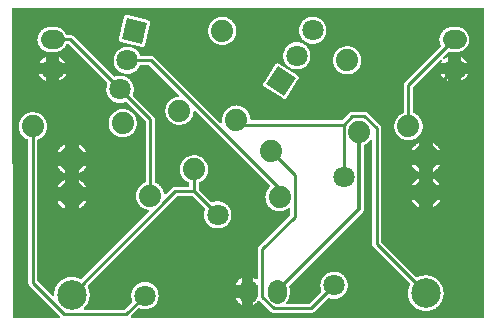
<source format=gbl>
G04 Layer: BottomLayer*
G04 EasyEDA v6.3.39, 2020-04-28T14:26:17+02:00*
G04 c4984e7e24fd4f91a375e58d1da6a638,5f3c4bb061ab4bd6901f6ca22b42259b,10*
G04 Gerber Generator version 0.2*
G04 Scale: 100 percent, Rotated: No, Reflected: No *
G04 Dimensions in inches *
G04 leading zeros omitted , absolute positions ,2 integer and 4 decimal *
%FSLAX24Y24*%
%MOIN*%
G90*
G70D02*

%ADD10C,0.010000*%
%ADD11C,0.012000*%
%ADD12C,0.074000*%
%ADD13C,0.070866*%
%ADD15C,0.098425*%
%ADD16C,0.086614*%
%ADD17C,0.062992*%

%LPD*%
G36*
G01X15859Y10550D02*
G01X190Y10550D01*
G01X178Y10548D01*
G01X173Y10546D01*
G01X163Y10540D01*
G01X159Y10536D01*
G01X153Y10526D01*
G01X151Y10521D01*
G01X150Y10515D01*
G01X150Y10509D01*
G01X199Y239D01*
G01X200Y234D01*
G01X201Y228D01*
G01X203Y223D01*
G01X209Y213D01*
G01X213Y209D01*
G01X223Y203D01*
G01X228Y201D01*
G01X234Y200D01*
G01X1726Y200D01*
G01X1732Y201D01*
G01X1737Y203D01*
G01X1742Y206D01*
G01X1746Y209D01*
G01X1751Y213D01*
G01X1757Y223D01*
G01X1759Y228D01*
G01X1760Y234D01*
G01X1760Y246D01*
G01X1759Y252D01*
G01X1756Y258D01*
G01X1753Y263D01*
G01X1749Y268D01*
G01X744Y1273D01*
G01X728Y1291D01*
G01X716Y1311D01*
G01X711Y1322D01*
G01X707Y1333D01*
G01X704Y1344D01*
G01X701Y1356D01*
G01X700Y1368D01*
G01X700Y6123D01*
G01X698Y6135D01*
G01X696Y6140D01*
G01X693Y6146D01*
G01X685Y6154D01*
G01X680Y6158D01*
G01X675Y6160D01*
G01X656Y6168D01*
G01X620Y6186D01*
G01X603Y6196D01*
G01X586Y6207D01*
G01X569Y6219D01*
G01X553Y6232D01*
G01X538Y6244D01*
G01X523Y6258D01*
G01X509Y6272D01*
G01X496Y6287D01*
G01X483Y6303D01*
G01X459Y6335D01*
G01X448Y6352D01*
G01X438Y6369D01*
G01X420Y6405D01*
G01X413Y6424D01*
G01X405Y6443D01*
G01X399Y6462D01*
G01X394Y6481D01*
G01X389Y6501D01*
G01X383Y6541D01*
G01X381Y6561D01*
G01X380Y6581D01*
G01X380Y6617D01*
G01X381Y6636D01*
G01X383Y6655D01*
G01X386Y6675D01*
G01X394Y6713D01*
G01X399Y6732D01*
G01X405Y6750D01*
G01X419Y6786D01*
G01X427Y6804D01*
G01X436Y6821D01*
G01X456Y6855D01*
G01X467Y6871D01*
G01X491Y6901D01*
G01X504Y6916D01*
G01X517Y6930D01*
G01X532Y6944D01*
G01X546Y6957D01*
G01X561Y6969D01*
G01X577Y6980D01*
G01X593Y6992D01*
G01X609Y7002D01*
G01X626Y7011D01*
G01X644Y7020D01*
G01X661Y7028D01*
G01X679Y7036D01*
G01X698Y7043D01*
G01X716Y7048D01*
G01X735Y7054D01*
G01X773Y7062D01*
G01X792Y7065D01*
G01X811Y7067D01*
G01X831Y7068D01*
G01X870Y7068D01*
G01X889Y7067D01*
G01X909Y7065D01*
G01X928Y7062D01*
G01X966Y7054D01*
G01X985Y7048D01*
G01X1003Y7043D01*
G01X1022Y7036D01*
G01X1040Y7028D01*
G01X1057Y7020D01*
G01X1075Y7011D01*
G01X1092Y7002D01*
G01X1108Y6992D01*
G01X1124Y6980D01*
G01X1140Y6969D01*
G01X1155Y6957D01*
G01X1169Y6944D01*
G01X1184Y6930D01*
G01X1197Y6916D01*
G01X1210Y6901D01*
G01X1234Y6871D01*
G01X1245Y6855D01*
G01X1265Y6821D01*
G01X1273Y6804D01*
G01X1282Y6786D01*
G01X1296Y6750D01*
G01X1302Y6732D01*
G01X1307Y6713D01*
G01X1315Y6675D01*
G01X1318Y6655D01*
G01X1320Y6636D01*
G01X1321Y6617D01*
G01X1321Y6577D01*
G01X1320Y6557D01*
G01X1318Y6537D01*
G01X1315Y6518D01*
G01X1311Y6498D01*
G01X1306Y6478D01*
G01X1301Y6459D01*
G01X1294Y6440D01*
G01X1288Y6422D01*
G01X1280Y6403D01*
G01X1271Y6385D01*
G01X1262Y6368D01*
G01X1252Y6351D01*
G01X1241Y6334D01*
G01X1229Y6317D01*
G01X1217Y6301D01*
G01X1191Y6271D01*
G01X1176Y6257D01*
G01X1162Y6244D01*
G01X1147Y6231D01*
G01X1115Y6207D01*
G01X1098Y6196D01*
G01X1080Y6186D01*
G01X1063Y6177D01*
G01X1045Y6168D01*
G01X1026Y6160D01*
G01X1021Y6158D01*
G01X1016Y6154D01*
G01X1008Y6146D01*
G01X1005Y6140D01*
G01X1003Y6135D01*
G01X1001Y6123D01*
G01X1001Y1459D01*
G01X1002Y1452D01*
G01X1003Y1446D01*
G01X1006Y1440D01*
G01X1009Y1435D01*
G01X1013Y1430D01*
G01X1488Y955D01*
G01X1493Y951D01*
G01X1498Y948D01*
G01X1510Y944D01*
G01X1522Y944D01*
G01X1528Y945D01*
G01X1533Y947D01*
G01X1538Y950D01*
G01X1542Y953D01*
G01X1547Y957D01*
G01X1553Y967D01*
G01X1555Y973D01*
G01X1556Y978D01*
G01X1556Y986D01*
G01X1558Y1030D01*
G01X1560Y1052D01*
G01X1563Y1074D01*
G01X1571Y1118D01*
G01X1576Y1139D01*
G01X1583Y1161D01*
G01X1590Y1182D01*
G01X1597Y1202D01*
G01X1606Y1223D01*
G01X1615Y1243D01*
G01X1625Y1263D01*
G01X1647Y1301D01*
G01X1659Y1320D01*
G01X1672Y1338D01*
G01X1686Y1355D01*
G01X1700Y1373D01*
G01X1730Y1405D01*
G01X1746Y1421D01*
G01X1763Y1435D01*
G01X1780Y1450D01*
G01X1797Y1463D01*
G01X1815Y1476D01*
G01X1834Y1488D01*
G01X1872Y1510D01*
G01X1892Y1520D01*
G01X1912Y1529D01*
G01X1933Y1538D01*
G01X1954Y1546D01*
G01X1975Y1553D01*
G01X1996Y1559D01*
G01X2017Y1564D01*
G01X2039Y1569D01*
G01X2083Y1575D01*
G01X2105Y1577D01*
G01X2127Y1578D01*
G01X2150Y1579D01*
G01X2171Y1578D01*
G01X2193Y1577D01*
G01X2215Y1575D01*
G01X2237Y1572D01*
G01X2258Y1569D01*
G01X2280Y1564D01*
G01X2301Y1559D01*
G01X2322Y1553D01*
G01X2343Y1546D01*
G01X2363Y1539D01*
G01X2384Y1531D01*
G01X2403Y1522D01*
G01X2429Y1509D01*
G01X2435Y1508D01*
G01X2442Y1507D01*
G01X2454Y1509D01*
G01X2459Y1512D01*
G01X2465Y1515D01*
G01X2470Y1519D01*
G01X4700Y3750D01*
G01X4704Y3755D01*
G01X4707Y3760D01*
G01X4710Y3766D01*
G01X4712Y3778D01*
G01X4710Y3790D01*
G01X4708Y3796D01*
G01X4705Y3801D01*
G01X4701Y3806D01*
G01X4696Y3810D01*
G01X4691Y3813D01*
G01X4685Y3816D01*
G01X4679Y3817D01*
G01X4660Y3821D01*
G01X4640Y3826D01*
G01X4602Y3838D01*
G01X4584Y3845D01*
G01X4565Y3853D01*
G01X4547Y3861D01*
G01X4513Y3881D01*
G01X4496Y3892D01*
G01X4480Y3903D01*
G01X4464Y3916D01*
G01X4434Y3942D01*
G01X4420Y3956D01*
G01X4394Y3986D01*
G01X4382Y4002D01*
G01X4370Y4019D01*
G01X4359Y4035D01*
G01X4350Y4052D01*
G01X4340Y4070D01*
G01X4324Y4106D01*
G01X4317Y4125D01*
G01X4305Y4163D01*
G01X4301Y4182D01*
G01X4297Y4202D01*
G01X4294Y4222D01*
G01X4292Y4242D01*
G01X4290Y4261D01*
G01X4290Y4301D01*
G01X4294Y4341D01*
G01X4297Y4361D01*
G01X4301Y4380D01*
G01X4305Y4400D01*
G01X4317Y4438D01*
G01X4324Y4457D01*
G01X4340Y4493D01*
G01X4350Y4511D01*
G01X4360Y4528D01*
G01X4371Y4545D01*
G01X4382Y4561D01*
G01X4395Y4577D01*
G01X4407Y4592D01*
G01X4421Y4607D01*
G01X4435Y4621D01*
G01X4450Y4635D01*
G01X4465Y4648D01*
G01X4481Y4660D01*
G01X4497Y4671D01*
G01X4514Y4682D01*
G01X4531Y4692D01*
G01X4549Y4702D01*
G01X4567Y4710D01*
G01X4586Y4718D01*
G01X4596Y4724D01*
G01X4600Y4728D01*
G01X4604Y4733D01*
G01X4606Y4738D01*
G01X4609Y4744D01*
G01X4610Y4750D01*
G01X4610Y6753D01*
G01X4609Y6759D01*
G01X4606Y6765D01*
G01X4603Y6770D01*
G01X4599Y6775D01*
G01X3974Y7399D01*
G01X3964Y7407D01*
G01X3952Y7411D01*
G01X3946Y7411D01*
G01X3938Y7410D01*
G01X3931Y7408D01*
G01X3912Y7401D01*
G01X3894Y7395D01*
G01X3875Y7389D01*
G01X3855Y7384D01*
G01X3817Y7378D01*
G01X3777Y7374D01*
G01X3738Y7374D01*
G01X3681Y7380D01*
G01X3643Y7388D01*
G01X3624Y7394D01*
G01X3606Y7400D01*
G01X3570Y7414D01*
G01X3536Y7432D01*
G01X3519Y7442D01*
G01X3503Y7452D01*
G01X3487Y7463D01*
G01X3471Y7475D01*
G01X3457Y7487D01*
G01X3442Y7501D01*
G01X3429Y7514D01*
G01X3416Y7528D01*
G01X3403Y7543D01*
G01X3392Y7559D01*
G01X3380Y7574D01*
G01X3370Y7590D01*
G01X3360Y7607D01*
G01X3351Y7624D01*
G01X3343Y7642D01*
G01X3335Y7659D01*
G01X3328Y7678D01*
G01X3322Y7696D01*
G01X3317Y7715D01*
G01X3313Y7733D01*
G01X3309Y7752D01*
G01X3306Y7771D01*
G01X3304Y7790D01*
G01X3303Y7810D01*
G01X3302Y7829D01*
G01X3303Y7851D01*
G01X3305Y7874D01*
G01X3307Y7896D01*
G01X3311Y7918D01*
G01X3316Y7939D01*
G01X3322Y7961D01*
G01X3328Y7982D01*
G01X3336Y8002D01*
G01X3339Y8009D01*
G01X3339Y8023D01*
G01X3338Y8030D01*
G01X3335Y8036D01*
G01X3332Y8041D01*
G01X3328Y8046D01*
G01X2044Y9329D01*
G01X2039Y9333D01*
G01X2034Y9336D01*
G01X2022Y9340D01*
G01X1986Y9340D01*
G01X1981Y9339D01*
G01X1976Y9337D01*
G01X1966Y9331D01*
G01X1962Y9327D01*
G01X1956Y9317D01*
G01X1947Y9300D01*
G01X1938Y9284D01*
G01X1928Y9267D01*
G01X1918Y9252D01*
G01X1907Y9237D01*
G01X1895Y9222D01*
G01X1869Y9194D01*
G01X1855Y9182D01*
G01X1840Y9169D01*
G01X1826Y9157D01*
G01X1810Y9147D01*
G01X1794Y9136D01*
G01X1778Y9127D01*
G01X1761Y9118D01*
G01X1744Y9111D01*
G01X1726Y9103D01*
G01X1709Y9097D01*
G01X1690Y9092D01*
G01X1672Y9087D01*
G01X1653Y9083D01*
G01X1635Y9080D01*
G01X1597Y9076D01*
G01X1402Y9076D01*
G01X1384Y9078D01*
G01X1365Y9080D01*
G01X1346Y9083D01*
G01X1328Y9086D01*
G01X1292Y9096D01*
G01X1275Y9103D01*
G01X1257Y9109D01*
G01X1240Y9117D01*
G01X1224Y9126D01*
G01X1207Y9135D01*
G01X1192Y9145D01*
G01X1176Y9155D01*
G01X1161Y9167D01*
G01X1133Y9191D01*
G01X1120Y9205D01*
G01X1107Y9218D01*
G01X1096Y9233D01*
G01X1084Y9248D01*
G01X1074Y9263D01*
G01X1064Y9279D01*
G01X1046Y9311D01*
G01X1038Y9328D01*
G01X1031Y9346D01*
G01X1025Y9363D01*
G01X1020Y9381D01*
G01X1015Y9400D01*
G01X1011Y9418D01*
G01X1009Y9436D01*
G01X1007Y9455D01*
G01X1005Y9473D01*
G01X1005Y9511D01*
G01X1007Y9529D01*
G01X1009Y9548D01*
G01X1011Y9566D01*
G01X1015Y9584D01*
G01X1020Y9603D01*
G01X1025Y9621D01*
G01X1031Y9638D01*
G01X1038Y9655D01*
G01X1046Y9673D01*
G01X1064Y9705D01*
G01X1074Y9721D01*
G01X1084Y9736D01*
G01X1096Y9751D01*
G01X1107Y9766D01*
G01X1120Y9780D01*
G01X1133Y9793D01*
G01X1161Y9817D01*
G01X1176Y9828D01*
G01X1192Y9839D01*
G01X1207Y9849D01*
G01X1224Y9858D01*
G01X1240Y9867D01*
G01X1257Y9875D01*
G01X1275Y9882D01*
G01X1292Y9888D01*
G01X1328Y9898D01*
G01X1346Y9901D01*
G01X1365Y9904D01*
G01X1384Y9906D01*
G01X1402Y9907D01*
G01X1421Y9908D01*
G01X1578Y9908D01*
G01X1616Y9906D01*
G01X1635Y9904D01*
G01X1654Y9901D01*
G01X1672Y9897D01*
G01X1691Y9892D01*
G01X1709Y9887D01*
G01X1727Y9880D01*
G01X1744Y9873D01*
G01X1778Y9857D01*
G01X1795Y9847D01*
G01X1811Y9837D01*
G01X1841Y9815D01*
G01X1869Y9789D01*
G01X1882Y9776D01*
G01X1895Y9761D01*
G01X1907Y9747D01*
G01X1918Y9732D01*
G01X1929Y9716D01*
G01X1939Y9700D01*
G01X1948Y9683D01*
G01X1956Y9666D01*
G01X1962Y9656D01*
G01X1966Y9652D01*
G01X1976Y9646D01*
G01X1981Y9644D01*
G01X1987Y9643D01*
G01X1992Y9642D01*
G01X2106Y9642D01*
G01X2118Y9641D01*
G01X2130Y9638D01*
G01X2141Y9635D01*
G01X2152Y9631D01*
G01X2163Y9626D01*
G01X2183Y9614D01*
G01X2201Y9598D01*
G01X3541Y8259D01*
G01X3546Y8255D01*
G01X3551Y8252D01*
G01X3557Y8249D01*
G01X3563Y8248D01*
G01X3577Y8248D01*
G01X3585Y8251D01*
G01X3603Y8257D01*
G01X3622Y8264D01*
G01X3660Y8274D01*
G01X3679Y8278D01*
G01X3699Y8281D01*
G01X3718Y8283D01*
G01X3738Y8284D01*
G01X3777Y8284D01*
G01X3796Y8283D01*
G01X3815Y8281D01*
G01X3834Y8278D01*
G01X3872Y8270D01*
G01X3891Y8265D01*
G01X3909Y8259D01*
G01X3927Y8252D01*
G01X3963Y8236D01*
G01X3980Y8227D01*
G01X3996Y8217D01*
G01X4013Y8207D01*
G01X4028Y8195D01*
G01X4044Y8184D01*
G01X4059Y8171D01*
G01X4073Y8158D01*
G01X4099Y8130D01*
G01X4112Y8115D01*
G01X4124Y8100D01*
G01X4135Y8084D01*
G01X4145Y8068D01*
G01X4155Y8051D01*
G01X4173Y8017D01*
G01X4187Y7981D01*
G01X4193Y7963D01*
G01X4203Y7925D01*
G01X4209Y7887D01*
G01X4211Y7868D01*
G01X4213Y7848D01*
G01X4213Y7809D01*
G01X4211Y7790D01*
G01X4209Y7770D01*
G01X4206Y7751D01*
G01X4202Y7732D01*
G01X4198Y7712D01*
G01X4192Y7694D01*
G01X4186Y7675D01*
G01X4179Y7657D01*
G01X4177Y7649D01*
G01X4176Y7641D01*
G01X4176Y7635D01*
G01X4180Y7623D01*
G01X4188Y7613D01*
G01X4868Y6932D01*
G01X4884Y6914D01*
G01X4896Y6894D01*
G01X4901Y6883D01*
G01X4905Y6872D01*
G01X4908Y6861D01*
G01X4911Y6849D01*
G01X4912Y6837D01*
G01X4913Y6826D01*
G01X4913Y4749D01*
G01X4914Y4743D01*
G01X4916Y4738D01*
G01X4919Y4733D01*
G01X4923Y4728D01*
G01X4927Y4724D01*
G01X4932Y4721D01*
G01X4938Y4718D01*
G01X4956Y4710D01*
G01X4974Y4701D01*
G01X4991Y4692D01*
G01X5008Y4682D01*
G01X5025Y4671D01*
G01X5041Y4660D01*
G01X5057Y4648D01*
G01X5072Y4635D01*
G01X5087Y4621D01*
G01X5101Y4607D01*
G01X5114Y4593D01*
G01X5127Y4578D01*
G01X5151Y4546D01*
G01X5161Y4529D01*
G01X5172Y4512D01*
G01X5181Y4495D01*
G01X5197Y4459D01*
G01X5205Y4440D01*
G01X5211Y4421D01*
G01X5221Y4383D01*
G01X5225Y4363D01*
G01X5227Y4357D01*
G01X5229Y4352D01*
G01X5232Y4346D01*
G01X5236Y4342D01*
G01X5241Y4338D01*
G01X5246Y4335D01*
G01X5252Y4332D01*
G01X5264Y4330D01*
G01X5271Y4331D01*
G01X5277Y4332D01*
G01X5282Y4335D01*
G01X5288Y4338D01*
G01X5293Y4342D01*
G01X5491Y4540D01*
G01X5509Y4556D01*
G01X5529Y4568D01*
G01X5540Y4573D01*
G01X5551Y4577D01*
G01X5562Y4580D01*
G01X5574Y4583D01*
G01X5586Y4584D01*
G01X6031Y4584D01*
G01X6043Y4586D01*
G01X6048Y4588D01*
G01X6058Y4594D01*
G01X6062Y4598D01*
G01X6068Y4608D01*
G01X6070Y4613D01*
G01X6072Y4625D01*
G01X6072Y4689D01*
G01X6070Y4701D01*
G01X6068Y4707D01*
G01X6065Y4712D01*
G01X6057Y4720D01*
G01X6052Y4724D01*
G01X6047Y4726D01*
G01X6028Y4734D01*
G01X6010Y4743D01*
G01X5993Y4752D01*
G01X5975Y4762D01*
G01X5959Y4773D01*
G01X5942Y4785D01*
G01X5927Y4797D01*
G01X5911Y4810D01*
G01X5897Y4823D01*
G01X5882Y4838D01*
G01X5869Y4852D01*
G01X5856Y4867D01*
G01X5844Y4883D01*
G01X5832Y4900D01*
G01X5822Y4917D01*
G01X5811Y4934D01*
G01X5802Y4951D01*
G01X5794Y4969D01*
G01X5786Y4988D01*
G01X5779Y5006D01*
G01X5772Y5025D01*
G01X5767Y5044D01*
G01X5759Y5084D01*
G01X5756Y5103D01*
G01X5752Y5143D01*
G01X5752Y5182D01*
G01X5753Y5202D01*
G01X5756Y5221D01*
G01X5758Y5240D01*
G01X5762Y5260D01*
G01X5766Y5279D01*
G01X5772Y5298D01*
G01X5777Y5316D01*
G01X5784Y5334D01*
G01X5800Y5370D01*
G01X5818Y5404D01*
G01X5829Y5421D01*
G01X5839Y5437D01*
G01X5851Y5452D01*
G01X5864Y5467D01*
G01X5876Y5482D01*
G01X5890Y5496D01*
G01X5904Y5509D01*
G01X5918Y5523D01*
G01X5934Y5535D01*
G01X5949Y5546D01*
G01X5965Y5557D01*
G01X5982Y5568D01*
G01X6016Y5586D01*
G01X6052Y5602D01*
G01X6070Y5609D01*
G01X6089Y5615D01*
G01X6107Y5620D01*
G01X6145Y5628D01*
G01X6165Y5630D01*
G01X6203Y5634D01*
G01X6242Y5634D01*
G01X6262Y5632D01*
G01X6281Y5630D01*
G01X6301Y5628D01*
G01X6319Y5624D01*
G01X6339Y5620D01*
G01X6357Y5615D01*
G01X6376Y5609D01*
G01X6394Y5602D01*
G01X6430Y5586D01*
G01X6464Y5568D01*
G01X6481Y5557D01*
G01X6497Y5546D01*
G01X6512Y5535D01*
G01X6527Y5523D01*
G01X6542Y5509D01*
G01X6556Y5496D01*
G01X6569Y5482D01*
G01X6595Y5452D01*
G01X6606Y5437D01*
G01X6617Y5421D01*
G01X6637Y5387D01*
G01X6646Y5370D01*
G01X6662Y5334D01*
G01X6674Y5298D01*
G01X6680Y5279D01*
G01X6684Y5260D01*
G01X6688Y5240D01*
G01X6692Y5202D01*
G01X6693Y5182D01*
G01X6694Y5163D01*
G01X6692Y5121D01*
G01X6690Y5100D01*
G01X6682Y5058D01*
G01X6677Y5038D01*
G01X6671Y5017D01*
G01X6657Y4981D01*
G01X6649Y4963D01*
G01X6640Y4945D01*
G01X6631Y4928D01*
G01X6621Y4911D01*
G01X6599Y4879D01*
G01X6586Y4864D01*
G01X6574Y4849D01*
G01X6560Y4834D01*
G01X6546Y4821D01*
G01X6532Y4807D01*
G01X6517Y4795D01*
G01X6501Y4783D01*
G01X6469Y4761D01*
G01X6452Y4751D01*
G01X6434Y4742D01*
G01X6417Y4734D01*
G01X6398Y4726D01*
G01X6388Y4720D01*
G01X6384Y4716D01*
G01X6380Y4711D01*
G01X6377Y4706D01*
G01X6375Y4701D01*
G01X6373Y4689D01*
G01X6373Y4513D01*
G01X6374Y4507D01*
G01X6376Y4500D01*
G01X6378Y4494D01*
G01X6381Y4489D01*
G01X6385Y4484D01*
G01X6795Y4075D01*
G01X6800Y4071D01*
G01X6805Y4068D01*
G01X6811Y4065D01*
G01X6823Y4063D01*
G01X6831Y4064D01*
G01X6838Y4067D01*
G01X6857Y4074D01*
G01X6876Y4080D01*
G01X6894Y4086D01*
G01X6914Y4090D01*
G01X6933Y4094D01*
G01X6952Y4097D01*
G01X6972Y4099D01*
G01X6992Y4100D01*
G01X7011Y4101D01*
G01X7031Y4100D01*
G01X7050Y4099D01*
G01X7069Y4097D01*
G01X7088Y4094D01*
G01X7126Y4086D01*
G01X7145Y4081D01*
G01X7163Y4075D01*
G01X7181Y4068D01*
G01X7199Y4060D01*
G01X7216Y4052D01*
G01X7233Y4043D01*
G01X7250Y4033D01*
G01X7266Y4023D01*
G01X7282Y4011D01*
G01X7297Y4000D01*
G01X7312Y3987D01*
G01X7340Y3961D01*
G01X7353Y3946D01*
G01X7377Y3916D01*
G01X7389Y3900D01*
G01X7399Y3884D01*
G01X7409Y3867D01*
G01X7418Y3850D01*
G01X7426Y3833D01*
G01X7434Y3815D01*
G01X7441Y3797D01*
G01X7447Y3779D01*
G01X7452Y3760D01*
G01X7460Y3722D01*
G01X7463Y3703D01*
G01X7465Y3684D01*
G01X7466Y3665D01*
G01X7467Y3645D01*
G01X7465Y3607D01*
G01X7463Y3588D01*
G01X7460Y3568D01*
G01X7456Y3550D01*
G01X7452Y3531D01*
G01X7447Y3512D01*
G01X7441Y3494D01*
G01X7434Y3476D01*
G01X7418Y3440D01*
G01X7409Y3423D01*
G01X7399Y3407D01*
G01X7389Y3390D01*
G01X7377Y3375D01*
G01X7365Y3359D01*
G01X7353Y3344D01*
G01X7340Y3330D01*
G01X7326Y3317D01*
G01X7312Y3303D01*
G01X7282Y3279D01*
G01X7266Y3268D01*
G01X7250Y3258D01*
G01X7233Y3248D01*
G01X7199Y3230D01*
G01X7163Y3216D01*
G01X7145Y3210D01*
G01X7107Y3200D01*
G01X7088Y3196D01*
G01X7031Y3190D01*
G01X6992Y3190D01*
G01X6952Y3194D01*
G01X6933Y3197D01*
G01X6895Y3205D01*
G01X6857Y3217D01*
G01X6839Y3224D01*
G01X6803Y3240D01*
G01X6769Y3260D01*
G01X6737Y3282D01*
G01X6722Y3294D01*
G01X6707Y3307D01*
G01X6692Y3321D01*
G01X6678Y3335D01*
G01X6665Y3350D01*
G01X6652Y3366D01*
G01X6640Y3382D01*
G01X6629Y3398D01*
G01X6618Y3415D01*
G01X6591Y3469D01*
G01X6577Y3507D01*
G01X6572Y3526D01*
G01X6567Y3546D01*
G01X6563Y3565D01*
G01X6560Y3585D01*
G01X6556Y3625D01*
G01X6556Y3665D01*
G01X6558Y3685D01*
G01X6560Y3704D01*
G01X6563Y3724D01*
G01X6571Y3762D01*
G01X6583Y3800D01*
G01X6590Y3818D01*
G01X6592Y3826D01*
G01X6593Y3834D01*
G01X6593Y3840D01*
G01X6591Y3846D01*
G01X6589Y3851D01*
G01X6585Y3857D01*
G01X6581Y3862D01*
G01X6172Y4271D01*
G01X6167Y4275D01*
G01X6162Y4278D01*
G01X6150Y4282D01*
G01X5670Y4282D01*
G01X5664Y4280D01*
G01X5659Y4278D01*
G01X5653Y4275D01*
G01X5648Y4271D01*
G01X2683Y1306D01*
G01X2679Y1301D01*
G01X2676Y1296D01*
G01X2673Y1290D01*
G01X2672Y1284D01*
G01X2671Y1277D01*
G01X2673Y1265D01*
G01X2686Y1239D01*
G01X2695Y1219D01*
G01X2703Y1199D01*
G01X2710Y1179D01*
G01X2717Y1158D01*
G01X2723Y1137D01*
G01X2728Y1116D01*
G01X2732Y1094D01*
G01X2736Y1073D01*
G01X2739Y1051D01*
G01X2741Y1029D01*
G01X2742Y1007D01*
G01X2743Y986D01*
G01X2742Y963D01*
G01X2741Y942D01*
G01X2739Y919D01*
G01X2736Y898D01*
G01X2728Y854D01*
G01X2723Y832D01*
G01X2717Y811D01*
G01X2709Y790D01*
G01X2702Y769D01*
G01X2684Y729D01*
G01X2674Y709D01*
G01X2652Y671D01*
G01X2640Y652D01*
G01X2627Y634D01*
G01X2614Y617D01*
G01X2600Y600D01*
G01X2585Y583D01*
G01X2570Y567D01*
G01X2554Y552D01*
G01X2546Y542D01*
G01X2543Y535D01*
G01X2541Y523D01*
G01X2543Y511D01*
G01X2545Y506D01*
G01X2551Y496D01*
G01X2555Y492D01*
G01X2559Y489D01*
G01X2565Y486D01*
G01X2570Y484D01*
G01X2576Y483D01*
G01X2581Y482D01*
G01X3887Y482D01*
G01X3894Y483D01*
G01X3900Y484D01*
G01X3905Y487D01*
G01X3911Y490D01*
G01X3916Y494D01*
G01X4158Y737D01*
G01X4162Y742D01*
G01X4165Y747D01*
G01X4168Y753D01*
G01X4170Y765D01*
G01X4169Y773D01*
G01X4167Y780D01*
G01X4159Y799D01*
G01X4153Y817D01*
G01X4148Y836D01*
G01X4143Y856D01*
G01X4139Y875D01*
G01X4136Y894D01*
G01X4134Y914D01*
G01X4132Y954D01*
G01X4134Y992D01*
G01X4136Y1011D01*
G01X4139Y1031D01*
G01X4142Y1050D01*
G01X4147Y1068D01*
G01X4152Y1087D01*
G01X4158Y1105D01*
G01X4165Y1123D01*
G01X4181Y1159D01*
G01X4190Y1176D01*
G01X4200Y1192D01*
G01X4211Y1209D01*
G01X4222Y1225D01*
G01X4246Y1255D01*
G01X4259Y1269D01*
G01X4273Y1282D01*
G01X4287Y1296D01*
G01X4317Y1320D01*
G01X4333Y1331D01*
G01X4349Y1341D01*
G01X4366Y1351D01*
G01X4400Y1369D01*
G01X4436Y1383D01*
G01X4454Y1389D01*
G01X4492Y1399D01*
G01X4511Y1403D01*
G01X4568Y1409D01*
G01X4607Y1409D01*
G01X4626Y1407D01*
G01X4646Y1405D01*
G01X4665Y1403D01*
G01X4684Y1399D01*
G01X4702Y1394D01*
G01X4721Y1389D01*
G01X4739Y1383D01*
G01X4775Y1369D01*
G01X4793Y1360D01*
G01X4810Y1351D01*
G01X4827Y1341D01*
G01X4843Y1331D01*
G01X4859Y1320D01*
G01X4889Y1296D01*
G01X4903Y1282D01*
G01X4917Y1269D01*
G01X4930Y1255D01*
G01X4954Y1225D01*
G01X4965Y1209D01*
G01X4976Y1192D01*
G01X4985Y1176D01*
G01X4994Y1159D01*
G01X5010Y1123D01*
G01X5017Y1105D01*
G01X5023Y1087D01*
G01X5028Y1068D01*
G01X5033Y1050D01*
G01X5036Y1031D01*
G01X5039Y1011D01*
G01X5043Y973D01*
G01X5043Y934D01*
G01X5039Y896D01*
G01X5033Y858D01*
G01X5023Y820D01*
G01X5017Y802D01*
G01X5010Y784D01*
G01X5002Y766D01*
G01X4994Y749D01*
G01X4976Y715D01*
G01X4954Y683D01*
G01X4930Y653D01*
G01X4917Y638D01*
G01X4889Y612D01*
G01X4874Y599D01*
G01X4859Y588D01*
G01X4843Y576D01*
G01X4827Y566D01*
G01X4810Y556D01*
G01X4793Y547D01*
G01X4757Y531D01*
G01X4739Y524D01*
G01X4721Y518D01*
G01X4702Y513D01*
G01X4684Y509D01*
G01X4665Y505D01*
G01X4646Y502D01*
G01X4626Y500D01*
G01X4588Y498D01*
G01X4548Y500D01*
G01X4529Y502D01*
G01X4509Y505D01*
G01X4471Y513D01*
G01X4452Y519D01*
G01X4434Y525D01*
G01X4415Y532D01*
G01X4408Y534D01*
G01X4400Y535D01*
G01X4394Y535D01*
G01X4382Y531D01*
G01X4376Y528D01*
G01X4372Y523D01*
G01X4116Y268D01*
G01X4112Y263D01*
G01X4109Y258D01*
G01X4105Y246D01*
G01X4105Y234D01*
G01X4106Y228D01*
G01X4108Y223D01*
G01X4114Y213D01*
G01X4118Y209D01*
G01X4128Y203D01*
G01X4133Y201D01*
G01X4139Y200D01*
G01X15850Y200D01*
G01X15859Y198D01*
G01X15864Y199D01*
G01X15870Y200D01*
G01X15875Y202D01*
G01X15885Y208D01*
G01X15889Y212D01*
G01X15895Y222D01*
G01X15897Y227D01*
G01X15898Y233D01*
G01X15898Y10515D01*
G01X15897Y10521D01*
G01X15895Y10526D01*
G01X15889Y10536D01*
G01X15885Y10540D01*
G01X15875Y10546D01*
G01X15870Y10548D01*
G01X15864Y10549D01*
G01X15859Y10550D01*
G37*

%LPC*%
G36*
G01X4019Y9255D02*
G01X3980Y9255D01*
G01X3961Y9253D01*
G01X3941Y9251D01*
G01X3922Y9248D01*
G01X3884Y9240D01*
G01X3865Y9234D01*
G01X3847Y9228D01*
G01X3828Y9221D01*
G01X3811Y9214D01*
G01X3793Y9205D01*
G01X3776Y9196D01*
G01X3759Y9186D01*
G01X3743Y9176D01*
G01X3711Y9152D01*
G01X3697Y9140D01*
G01X3682Y9126D01*
G01X3669Y9113D01*
G01X3643Y9083D01*
G01X3632Y9067D01*
G01X3620Y9051D01*
G01X3610Y9035D01*
G01X3600Y9018D01*
G01X3591Y9001D01*
G01X3583Y8983D01*
G01X3569Y8947D01*
G01X3563Y8928D01*
G01X3558Y8910D01*
G01X3553Y8888D01*
G01X3549Y8866D01*
G01X3546Y8844D01*
G01X3544Y8800D01*
G01X3544Y8780D01*
G01X3548Y8742D01*
G01X3551Y8723D01*
G01X3554Y8703D01*
G01X3559Y8685D01*
G01X3564Y8666D01*
G01X3570Y8648D01*
G01X3584Y8612D01*
G01X3593Y8594D01*
G01X3602Y8578D01*
G01X3622Y8544D01*
G01X3634Y8529D01*
G01X3645Y8513D01*
G01X3658Y8499D01*
G01X3671Y8484D01*
G01X3684Y8471D01*
G01X3699Y8458D01*
G01X3713Y8445D01*
G01X3729Y8434D01*
G01X3744Y8422D01*
G01X3778Y8402D01*
G01X3794Y8393D01*
G01X3812Y8384D01*
G01X3848Y8370D01*
G01X3866Y8364D01*
G01X3885Y8359D01*
G01X3903Y8354D01*
G01X3923Y8351D01*
G01X3942Y8348D01*
G01X3980Y8344D01*
G01X4019Y8344D01*
G01X4057Y8348D01*
G01X4076Y8351D01*
G01X4094Y8354D01*
G01X4113Y8359D01*
G01X4131Y8364D01*
G01X4150Y8369D01*
G01X4167Y8376D01*
G01X4185Y8384D01*
G01X4202Y8392D01*
G01X4236Y8410D01*
G01X4252Y8421D01*
G01X4267Y8432D01*
G01X4283Y8443D01*
G01X4298Y8455D01*
G01X4312Y8468D01*
G01X4325Y8481D01*
G01X4338Y8495D01*
G01X4351Y8510D01*
G01X4363Y8525D01*
G01X4374Y8540D01*
G01X4384Y8556D01*
G01X4394Y8573D01*
G01X4403Y8589D01*
G01X4412Y8607D01*
G01X4420Y8624D01*
G01X4422Y8629D01*
G01X4426Y8634D01*
G01X4434Y8642D01*
G01X4440Y8645D01*
G01X4445Y8647D01*
G01X4451Y8648D01*
G01X4717Y8648D01*
G01X4723Y8646D01*
G01X4728Y8644D01*
G01X4734Y8641D01*
G01X4739Y8637D01*
G01X5721Y7655D01*
G01X5725Y7650D01*
G01X5728Y7645D01*
G01X5732Y7633D01*
G01X5732Y7621D01*
G01X5731Y7615D01*
G01X5728Y7609D01*
G01X5725Y7604D01*
G01X5722Y7600D01*
G01X5717Y7596D01*
G01X5713Y7592D01*
G01X5707Y7590D01*
G01X5702Y7588D01*
G01X5696Y7587D01*
G01X5676Y7585D01*
G01X5656Y7582D01*
G01X5637Y7578D01*
G01X5617Y7573D01*
G01X5579Y7561D01*
G01X5561Y7554D01*
G01X5542Y7546D01*
G01X5524Y7538D01*
G01X5490Y7518D01*
G01X5473Y7507D01*
G01X5457Y7496D01*
G01X5441Y7484D01*
G01X5426Y7471D01*
G01X5411Y7457D01*
G01X5397Y7443D01*
G01X5371Y7413D01*
G01X5347Y7381D01*
G01X5336Y7364D01*
G01X5326Y7347D01*
G01X5317Y7329D01*
G01X5301Y7293D01*
G01X5293Y7274D01*
G01X5287Y7255D01*
G01X5277Y7217D01*
G01X5273Y7197D01*
G01X5271Y7178D01*
G01X5268Y7157D01*
G01X5267Y7138D01*
G01X5267Y7098D01*
G01X5268Y7079D01*
G01X5271Y7059D01*
G01X5273Y7040D01*
G01X5281Y7002D01*
G01X5286Y6983D01*
G01X5292Y6965D01*
G01X5299Y6946D01*
G01X5306Y6928D01*
G01X5333Y6877D01*
G01X5343Y6860D01*
G01X5355Y6844D01*
G01X5366Y6828D01*
G01X5378Y6813D01*
G01X5391Y6799D01*
G01X5419Y6771D01*
G01X5434Y6758D01*
G01X5448Y6746D01*
G01X5464Y6734D01*
G01X5480Y6723D01*
G01X5514Y6703D01*
G01X5531Y6695D01*
G01X5549Y6686D01*
G01X5585Y6672D01*
G01X5603Y6666D01*
G01X5622Y6661D01*
G01X5660Y6653D01*
G01X5680Y6650D01*
G01X5699Y6648D01*
G01X5718Y6647D01*
G01X5758Y6647D01*
G01X5778Y6648D01*
G01X5797Y6651D01*
G01X5817Y6653D01*
G01X5837Y6657D01*
G01X5875Y6667D01*
G01X5894Y6673D01*
G01X5913Y6680D01*
G01X5931Y6688D01*
G01X5967Y6706D01*
G01X5984Y6716D01*
G01X6001Y6727D01*
G01X6017Y6738D01*
G01X6033Y6751D01*
G01X6048Y6763D01*
G01X6063Y6777D01*
G01X6077Y6791D01*
G01X6103Y6821D01*
G01X6116Y6837D01*
G01X6138Y6869D01*
G01X6148Y6887D01*
G01X6158Y6904D01*
G01X6174Y6940D01*
G01X6188Y6978D01*
G01X6193Y6997D01*
G01X6198Y7017D01*
G01X6202Y7036D01*
G01X6205Y7056D01*
G01X6207Y7076D01*
G01X6208Y7082D01*
G01X6212Y7092D01*
G01X6220Y7102D01*
G01X6230Y7108D01*
G01X6235Y7110D01*
G01X6241Y7112D01*
G01X6247Y7112D01*
G01X6259Y7110D01*
G01X6265Y7108D01*
G01X6270Y7105D01*
G01X6275Y7100D01*
G01X8747Y4629D01*
G01X8751Y4624D01*
G01X8754Y4619D01*
G01X8758Y4607D01*
G01X8758Y4594D01*
G01X8754Y4582D01*
G01X8746Y4572D01*
G01X8732Y4558D01*
G01X8719Y4544D01*
G01X8707Y4528D01*
G01X8695Y4513D01*
G01X8684Y4496D01*
G01X8673Y4480D01*
G01X8663Y4463D01*
G01X8654Y4445D01*
G01X8638Y4409D01*
G01X8631Y4391D01*
G01X8625Y4372D01*
G01X8615Y4334D01*
G01X8612Y4315D01*
G01X8609Y4295D01*
G01X8607Y4275D01*
G01X8606Y4256D01*
G01X8605Y4236D01*
G01X8606Y4217D01*
G01X8607Y4197D01*
G01X8611Y4159D01*
G01X8615Y4139D01*
G01X8619Y4120D01*
G01X8625Y4101D01*
G01X8637Y4065D01*
G01X8653Y4029D01*
G01X8662Y4012D01*
G01X8682Y3978D01*
G01X8693Y3962D01*
G01X8704Y3947D01*
G01X8730Y3917D01*
G01X8743Y3903D01*
G01X8757Y3890D01*
G01X8772Y3876D01*
G01X8787Y3864D01*
G01X8802Y3853D01*
G01X8818Y3842D01*
G01X8835Y3831D01*
G01X8869Y3813D01*
G01X8905Y3797D01*
G01X8923Y3790D01*
G01X8942Y3784D01*
G01X8960Y3779D01*
G01X8980Y3775D01*
G01X8998Y3771D01*
G01X9018Y3769D01*
G01X9037Y3767D01*
G01X9057Y3765D01*
G01X9096Y3765D01*
G01X9116Y3767D01*
G01X9135Y3769D01*
G01X9155Y3772D01*
G01X9174Y3775D01*
G01X9194Y3780D01*
G01X9213Y3785D01*
G01X9231Y3791D01*
G01X9250Y3798D01*
G01X9268Y3806D01*
G01X9304Y3824D01*
G01X9338Y3844D01*
G01X9354Y3855D01*
G01X9369Y3867D01*
G01X9375Y3871D01*
G01X9381Y3874D01*
G01X9388Y3876D01*
G01X9400Y3876D01*
G01X9406Y3875D01*
G01X9411Y3873D01*
G01X9421Y3867D01*
G01X9425Y3863D01*
G01X9431Y3853D01*
G01X9433Y3848D01*
G01X9435Y3836D01*
G01X9435Y3655D01*
G01X9434Y3648D01*
G01X9430Y3636D01*
G01X9427Y3631D01*
G01X9423Y3626D01*
G01X8393Y2597D01*
G01X8385Y2589D01*
G01X8377Y2579D01*
G01X8365Y2559D01*
G01X8360Y2548D01*
G01X8356Y2537D01*
G01X8353Y2526D01*
G01X8350Y2514D01*
G01X8348Y2490D01*
G01X8348Y1515D01*
G01X8347Y1509D01*
G01X8345Y1504D01*
G01X8339Y1494D01*
G01X8335Y1490D01*
G01X8325Y1484D01*
G01X8320Y1482D01*
G01X8314Y1481D01*
G01X8309Y1480D01*
G01X8297Y1482D01*
G01X8292Y1484D01*
G01X8282Y1490D01*
G01X8268Y1502D01*
G01X8253Y1514D01*
G01X8238Y1524D01*
G01X8206Y1544D01*
G01X8189Y1552D01*
G01X8189Y1321D01*
G01X8314Y1321D01*
G01X8320Y1320D01*
G01X8325Y1318D01*
G01X8330Y1315D01*
G01X8335Y1311D01*
G01X8339Y1307D01*
G01X8342Y1303D01*
G01X8345Y1298D01*
G01X8347Y1293D01*
G01X8348Y1287D01*
G01X8348Y912D01*
G01X8347Y906D01*
G01X8345Y901D01*
G01X8342Y896D01*
G01X8339Y892D01*
G01X8335Y888D01*
G01X8330Y884D01*
G01X8325Y881D01*
G01X8320Y879D01*
G01X8314Y878D01*
G01X8189Y878D01*
G01X8189Y647D01*
G01X8206Y655D01*
G01X8238Y675D01*
G01X8254Y686D01*
G01X8268Y697D01*
G01X8283Y709D01*
G01X8297Y722D01*
G01X8310Y736D01*
G01X8334Y764D01*
G01X8350Y784D01*
G01X8355Y788D01*
G01X8360Y791D01*
G01X8366Y794D01*
G01X8378Y796D01*
G01X8390Y794D01*
G01X8396Y792D01*
G01X8402Y788D01*
G01X8406Y784D01*
G01X8773Y419D01*
G01X8781Y411D01*
G01X8791Y403D01*
G01X8811Y391D01*
G01X8822Y386D01*
G01X8833Y382D01*
G01X8844Y379D01*
G01X8856Y376D01*
G01X8868Y375D01*
G01X10133Y375D01*
G01X10145Y376D01*
G01X10157Y379D01*
G01X10168Y382D01*
G01X10179Y386D01*
G01X10190Y391D01*
G01X10210Y403D01*
G01X10228Y419D01*
G01X10675Y865D01*
G01X10685Y873D01*
G01X10697Y877D01*
G01X10703Y877D01*
G01X10711Y876D01*
G01X10718Y874D01*
G01X10737Y867D01*
G01X10775Y855D01*
G01X10813Y847D01*
G01X10832Y844D01*
G01X10872Y840D01*
G01X10911Y840D01*
G01X10930Y842D01*
G01X10950Y844D01*
G01X10969Y846D01*
G01X10988Y850D01*
G01X11006Y855D01*
G01X11025Y860D01*
G01X11043Y866D01*
G01X11079Y880D01*
G01X11097Y889D01*
G01X11114Y898D01*
G01X11130Y908D01*
G01X11147Y918D01*
G01X11163Y929D01*
G01X11193Y953D01*
G01X11234Y994D01*
G01X11246Y1009D01*
G01X11258Y1025D01*
G01X11269Y1040D01*
G01X11279Y1057D01*
G01X11289Y1073D01*
G01X11298Y1090D01*
G01X11314Y1126D01*
G01X11321Y1144D01*
G01X11327Y1162D01*
G01X11337Y1200D01*
G01X11343Y1238D01*
G01X11347Y1276D01*
G01X11347Y1315D01*
G01X11343Y1353D01*
G01X11337Y1391D01*
G01X11327Y1429D01*
G01X11321Y1447D01*
G01X11314Y1465D01*
G01X11306Y1483D01*
G01X11298Y1500D01*
G01X11289Y1517D01*
G01X11279Y1534D01*
G01X11269Y1550D01*
G01X11258Y1566D01*
G01X11246Y1582D01*
G01X11234Y1596D01*
G01X11220Y1611D01*
G01X11207Y1624D01*
G01X11193Y1637D01*
G01X11178Y1650D01*
G01X11163Y1661D01*
G01X11147Y1673D01*
G01X11130Y1683D01*
G01X11114Y1693D01*
G01X11097Y1702D01*
G01X11061Y1718D01*
G01X11043Y1725D01*
G01X11025Y1731D01*
G01X11006Y1736D01*
G01X10988Y1740D01*
G01X10969Y1744D01*
G01X10950Y1747D01*
G01X10930Y1749D01*
G01X10892Y1751D01*
G01X10872Y1750D01*
G01X10853Y1749D01*
G01X10834Y1747D01*
G01X10815Y1744D01*
G01X10777Y1736D01*
G01X10758Y1731D01*
G01X10740Y1725D01*
G01X10722Y1718D01*
G01X10704Y1710D01*
G01X10687Y1702D01*
G01X10669Y1693D01*
G01X10637Y1673D01*
G01X10621Y1661D01*
G01X10606Y1650D01*
G01X10591Y1637D01*
G01X10563Y1611D01*
G01X10550Y1596D01*
G01X10537Y1582D01*
G01X10526Y1566D01*
G01X10514Y1550D01*
G01X10504Y1534D01*
G01X10494Y1517D01*
G01X10485Y1500D01*
G01X10477Y1483D01*
G01X10469Y1465D01*
G01X10462Y1447D01*
G01X10456Y1429D01*
G01X10451Y1410D01*
G01X10443Y1372D01*
G01X10440Y1353D01*
G01X10438Y1334D01*
G01X10437Y1315D01*
G01X10436Y1295D01*
G01X10437Y1276D01*
G01X10438Y1256D01*
G01X10440Y1236D01*
G01X10443Y1217D01*
G01X10447Y1198D01*
G01X10452Y1178D01*
G01X10457Y1160D01*
G01X10463Y1141D01*
G01X10470Y1123D01*
G01X10472Y1115D01*
G01X10473Y1107D01*
G01X10473Y1101D01*
G01X10469Y1089D01*
G01X10466Y1084D01*
G01X10462Y1079D01*
G01X10071Y688D01*
G01X10066Y684D01*
G01X10060Y681D01*
G01X10055Y678D01*
G01X10049Y677D01*
G01X10042Y676D01*
G01X9331Y676D01*
G01X9326Y677D01*
G01X9320Y678D01*
G01X9315Y680D01*
G01X9310Y683D01*
G01X9306Y686D01*
G01X9301Y690D01*
G01X9295Y700D01*
G01X9293Y705D01*
G01X9292Y711D01*
G01X9292Y722D01*
G01X9293Y728D01*
G01X9295Y734D01*
G01X9298Y738D01*
G01X9326Y773D01*
G01X9337Y788D01*
G01X9347Y804D01*
G01X9356Y821D01*
G01X9365Y837D01*
G01X9373Y855D01*
G01X9381Y872D01*
G01X9393Y908D01*
G01X9397Y927D01*
G01X9401Y945D01*
G01X9404Y964D01*
G01X9406Y983D01*
G01X9408Y1021D01*
G01X9408Y1178D01*
G01X9407Y1198D01*
G01X9406Y1217D01*
G01X9404Y1236D01*
G01X9401Y1255D01*
G01X9400Y1263D01*
G01X9402Y1275D01*
G01X9404Y1281D01*
G01X9412Y1291D01*
G01X11830Y3711D01*
G01X11838Y3719D01*
G01X11846Y3728D01*
G01X11852Y3738D01*
G01X11858Y3747D01*
G01X11863Y3758D01*
G01X11867Y3768D01*
G01X11871Y3779D01*
G01X11874Y3790D01*
G01X11876Y3801D01*
G01X11877Y3813D01*
G01X11877Y5942D01*
G01X11878Y5947D01*
G01X11879Y5953D01*
G01X11881Y5959D01*
G01X11884Y5963D01*
G01X11888Y5968D01*
G01X11892Y5972D01*
G01X11897Y5976D01*
G01X11902Y5978D01*
G01X11919Y5986D01*
G01X11937Y5995D01*
G01X11971Y6015D01*
G01X12003Y6037D01*
G01X12018Y6049D01*
G01X12033Y6062D01*
G01X12061Y6090D01*
G01X12074Y6104D01*
G01X12086Y6119D01*
G01X12090Y6123D01*
G01X12095Y6127D01*
G01X12100Y6130D01*
G01X12106Y6132D01*
G01X12111Y6134D01*
G01X12123Y6134D01*
G01X12129Y6133D01*
G01X12134Y6131D01*
G01X12144Y6125D01*
G01X12148Y6121D01*
G01X12154Y6111D01*
G01X12156Y6106D01*
G01X12157Y6100D01*
G01X12157Y2676D01*
G01X12158Y2665D01*
G01X12159Y2653D01*
G01X12162Y2641D01*
G01X12165Y2630D01*
G01X12169Y2619D01*
G01X12174Y2608D01*
G01X12186Y2588D01*
G01X12194Y2578D01*
G01X13416Y1356D01*
G01X13420Y1351D01*
G01X13423Y1346D01*
G01X13426Y1340D01*
G01X13427Y1334D01*
G01X13427Y1321D01*
G01X13426Y1315D01*
G01X13413Y1289D01*
G01X13404Y1269D01*
G01X13396Y1249D01*
G01X13389Y1229D01*
G01X13382Y1208D01*
G01X13376Y1187D01*
G01X13371Y1166D01*
G01X13367Y1144D01*
G01X13363Y1123D01*
G01X13360Y1101D01*
G01X13358Y1079D01*
G01X13357Y1057D01*
G01X13356Y1036D01*
G01X13357Y1013D01*
G01X13358Y991D01*
G01X13360Y969D01*
G01X13363Y947D01*
G01X13367Y926D01*
G01X13371Y904D01*
G01X13377Y882D01*
G01X13383Y861D01*
G01X13397Y819D01*
G01X13406Y798D01*
G01X13415Y778D01*
G01X13425Y759D01*
G01X13436Y739D01*
G01X13447Y720D01*
G01X13460Y701D01*
G01X13472Y684D01*
G01X13486Y666D01*
G01X13500Y649D01*
G01X13515Y632D01*
G01X13530Y616D01*
G01X13546Y601D01*
G01X13563Y586D01*
G01X13580Y572D01*
G01X13597Y559D01*
G01X13615Y546D01*
G01X13653Y522D01*
G01X13672Y511D01*
G01X13692Y501D01*
G01X13712Y492D01*
G01X13754Y476D01*
G01X13775Y469D01*
G01X13796Y463D01*
G01X13818Y457D01*
G01X13839Y453D01*
G01X13861Y449D01*
G01X13883Y446D01*
G01X13905Y444D01*
G01X13927Y443D01*
G01X13950Y442D01*
G01X13994Y444D01*
G01X14016Y446D01*
G01X14038Y449D01*
G01X14060Y453D01*
G01X14081Y457D01*
G01X14103Y463D01*
G01X14124Y469D01*
G01X14145Y476D01*
G01X14187Y492D01*
G01X14207Y501D01*
G01X14227Y511D01*
G01X14246Y522D01*
G01X14284Y546D01*
G01X14302Y559D01*
G01X14319Y572D01*
G01X14336Y586D01*
G01X14353Y601D01*
G01X14369Y616D01*
G01X14384Y632D01*
G01X14399Y649D01*
G01X14413Y666D01*
G01X14427Y684D01*
G01X14439Y701D01*
G01X14452Y720D01*
G01X14463Y739D01*
G01X14474Y759D01*
G01X14484Y778D01*
G01X14493Y798D01*
G01X14502Y819D01*
G01X14516Y861D01*
G01X14522Y882D01*
G01X14528Y904D01*
G01X14532Y926D01*
G01X14536Y947D01*
G01X14539Y969D01*
G01X14541Y991D01*
G01X14542Y1013D01*
G01X14543Y1036D01*
G01X14541Y1080D01*
G01X14539Y1102D01*
G01X14536Y1124D01*
G01X14528Y1168D01*
G01X14522Y1189D01*
G01X14516Y1211D01*
G01X14509Y1232D01*
G01X14502Y1252D01*
G01X14493Y1273D01*
G01X14484Y1293D01*
G01X14474Y1313D01*
G01X14452Y1351D01*
G01X14439Y1370D01*
G01X14427Y1388D01*
G01X14413Y1405D01*
G01X14399Y1423D01*
G01X14369Y1455D01*
G01X14353Y1471D01*
G01X14336Y1485D01*
G01X14319Y1500D01*
G01X14302Y1513D01*
G01X14284Y1526D01*
G01X14265Y1538D01*
G01X14227Y1560D01*
G01X14207Y1570D01*
G01X14187Y1579D01*
G01X14166Y1588D01*
G01X14145Y1596D01*
G01X14124Y1603D01*
G01X14103Y1609D01*
G01X14081Y1614D01*
G01X14060Y1619D01*
G01X14016Y1625D01*
G01X13994Y1627D01*
G01X13950Y1629D01*
G01X13906Y1627D01*
G01X13884Y1625D01*
G01X13862Y1622D01*
G01X13841Y1619D01*
G01X13819Y1614D01*
G01X13798Y1609D01*
G01X13777Y1603D01*
G01X13756Y1596D01*
G01X13736Y1589D01*
G01X13715Y1581D01*
G01X13696Y1572D01*
G01X13670Y1559D01*
G01X13664Y1558D01*
G01X13657Y1557D01*
G01X13645Y1559D01*
G01X13639Y1562D01*
G01X13634Y1565D01*
G01X13629Y1569D01*
G01X12471Y2727D01*
G01X12467Y2732D01*
G01X12464Y2738D01*
G01X12461Y2743D01*
G01X12460Y2749D01*
G01X12460Y6526D01*
G01X12459Y6537D01*
G01X12458Y6549D01*
G01X12455Y6561D01*
G01X12452Y6572D01*
G01X12448Y6583D01*
G01X12443Y6594D01*
G01X12431Y6614D01*
G01X12415Y6632D01*
G01X12013Y7036D01*
G01X12004Y7044D01*
G01X11994Y7051D01*
G01X11985Y7058D01*
G01X11974Y7064D01*
G01X11963Y7069D01*
G01X11952Y7073D01*
G01X11941Y7076D01*
G01X11929Y7079D01*
G01X11917Y7080D01*
G01X11471Y7080D01*
G01X11459Y7079D01*
G01X11447Y7076D01*
G01X11436Y7073D01*
G01X11425Y7069D01*
G01X11414Y7064D01*
G01X11394Y7052D01*
G01X11376Y7036D01*
G01X11157Y6817D01*
G01X11152Y6813D01*
G01X11147Y6810D01*
G01X11141Y6807D01*
G01X11135Y6806D01*
G01X11128Y6805D01*
G01X8144Y6805D01*
G01X8132Y6807D01*
G01X8127Y6809D01*
G01X8117Y6817D01*
G01X8113Y6821D01*
G01X8110Y6826D01*
G01X8107Y6832D01*
G01X8105Y6837D01*
G01X8105Y6843D01*
G01X8101Y6883D01*
G01X8097Y6903D01*
G01X8089Y6941D01*
G01X8077Y6979D01*
G01X8070Y6998D01*
G01X8062Y7016D01*
G01X8053Y7034D01*
G01X8033Y7068D01*
G01X8022Y7084D01*
G01X8011Y7101D01*
G01X7999Y7116D01*
G01X7986Y7131D01*
G01X7972Y7146D01*
G01X7958Y7160D01*
G01X7928Y7186D01*
G01X7913Y7198D01*
G01X7896Y7209D01*
G01X7880Y7220D01*
G01X7862Y7230D01*
G01X7845Y7239D01*
G01X7827Y7248D01*
G01X7809Y7255D01*
G01X7790Y7263D01*
G01X7771Y7269D01*
G01X7752Y7274D01*
G01X7733Y7278D01*
G01X7713Y7282D01*
G01X7693Y7285D01*
G01X7674Y7287D01*
G01X7634Y7289D01*
G01X7610Y7288D01*
G01X7585Y7286D01*
G01X7560Y7283D01*
G01X7541Y7280D01*
G01X7522Y7276D01*
G01X7503Y7270D01*
G01X7485Y7265D01*
G01X7466Y7258D01*
G01X7448Y7251D01*
G01X7430Y7242D01*
G01X7413Y7234D01*
G01X7379Y7214D01*
G01X7363Y7203D01*
G01X7331Y7179D01*
G01X7303Y7153D01*
G01X7289Y7138D01*
G01X7276Y7124D01*
G01X7264Y7109D01*
G01X7252Y7093D01*
G01X7241Y7077D01*
G01X7230Y7060D01*
G01X7221Y7043D01*
G01X7211Y7026D01*
G01X7203Y7008D01*
G01X7189Y6972D01*
G01X7183Y6953D01*
G01X7173Y6915D01*
G01X7170Y6896D01*
G01X7167Y6876D01*
G01X7165Y6857D01*
G01X7164Y6838D01*
G01X7163Y6818D01*
G01X7165Y6776D01*
G01X7167Y6756D01*
G01X7171Y6735D01*
G01X7171Y6722D01*
G01X7169Y6717D01*
G01X7168Y6711D01*
G01X7165Y6706D01*
G01X7153Y6694D01*
G01X7143Y6690D01*
G01X7137Y6688D01*
G01X7125Y6688D01*
G01X7113Y6692D01*
G01X7103Y6700D01*
G01X4896Y8906D01*
G01X4888Y8914D01*
G01X4878Y8922D01*
G01X4858Y8934D01*
G01X4847Y8939D01*
G01X4836Y8943D01*
G01X4825Y8946D01*
G01X4813Y8949D01*
G01X4789Y8951D01*
G01X4451Y8951D01*
G01X4445Y8952D01*
G01X4440Y8954D01*
G01X4434Y8957D01*
G01X4426Y8965D01*
G01X4422Y8970D01*
G01X4420Y8975D01*
G01X4412Y8992D01*
G01X4403Y9010D01*
G01X4394Y9026D01*
G01X4384Y9043D01*
G01X4374Y9059D01*
G01X4363Y9074D01*
G01X4351Y9089D01*
G01X4338Y9104D01*
G01X4325Y9118D01*
G01X4312Y9131D01*
G01X4298Y9144D01*
G01X4283Y9156D01*
G01X4267Y9167D01*
G01X4252Y9178D01*
G01X4236Y9189D01*
G01X4202Y9207D01*
G01X4185Y9215D01*
G01X4167Y9223D01*
G01X4150Y9230D01*
G01X4131Y9235D01*
G01X4113Y9240D01*
G01X4094Y9245D01*
G01X4076Y9248D01*
G01X4057Y9251D01*
G01X4019Y9255D01*
G37*
G36*
G01X7825Y878D02*
G01X7617Y878D01*
G01X7623Y860D01*
G01X7639Y826D01*
G01X7648Y810D01*
G01X7658Y794D01*
G01X7680Y764D01*
G01X7692Y749D01*
G01X7705Y735D01*
G01X7731Y709D01*
G01X7746Y697D01*
G01X7760Y686D01*
G01X7776Y675D01*
G01X7808Y655D01*
G01X7825Y647D01*
G01X7825Y878D01*
G37*
G36*
G01X7825Y1321D02*
G01X7825Y1552D01*
G01X7808Y1544D01*
G01X7776Y1524D01*
G01X7760Y1513D01*
G01X7746Y1502D01*
G01X7731Y1490D01*
G01X7705Y1464D01*
G01X7692Y1450D01*
G01X7680Y1435D01*
G01X7658Y1405D01*
G01X7648Y1389D01*
G01X7639Y1373D01*
G01X7623Y1339D01*
G01X7617Y1321D01*
G01X7825Y1321D01*
G37*
G36*
G01X1908Y4091D02*
G01X1673Y4091D01*
G01X1683Y4072D01*
G01X1705Y4036D01*
G01X1717Y4019D01*
G01X1730Y4002D01*
G01X1743Y3986D01*
G01X1757Y3970D01*
G01X1787Y3940D01*
G01X1803Y3926D01*
G01X1819Y3913D01*
G01X1836Y3900D01*
G01X1853Y3888D01*
G01X1871Y3876D01*
G01X1889Y3866D01*
G01X1908Y3856D01*
G01X1908Y4091D01*
G37*
G36*
G01X2626Y4091D02*
G01X2391Y4091D01*
G01X2391Y3856D01*
G01X2410Y3866D01*
G01X2428Y3876D01*
G01X2446Y3888D01*
G01X2463Y3900D01*
G01X2480Y3913D01*
G01X2496Y3926D01*
G01X2512Y3940D01*
G01X2542Y3970D01*
G01X2556Y3986D01*
G01X2569Y4002D01*
G01X2582Y4019D01*
G01X2594Y4036D01*
G01X2616Y4072D01*
G01X2626Y4091D01*
G37*
G36*
G01X13708Y4141D02*
G01X13473Y4141D01*
G01X13483Y4122D01*
G01X13505Y4086D01*
G01X13517Y4069D01*
G01X13530Y4052D01*
G01X13543Y4036D01*
G01X13557Y4020D01*
G01X13587Y3990D01*
G01X13603Y3976D01*
G01X13619Y3963D01*
G01X13636Y3950D01*
G01X13653Y3938D01*
G01X13671Y3926D01*
G01X13689Y3916D01*
G01X13708Y3906D01*
G01X13708Y4141D01*
G37*
G36*
G01X14426Y4141D02*
G01X14191Y4141D01*
G01X14191Y3906D01*
G01X14210Y3916D01*
G01X14228Y3926D01*
G01X14246Y3938D01*
G01X14263Y3950D01*
G01X14280Y3963D01*
G01X14296Y3976D01*
G01X14312Y3990D01*
G01X14342Y4020D01*
G01X14356Y4036D01*
G01X14369Y4052D01*
G01X14382Y4069D01*
G01X14394Y4086D01*
G01X14416Y4122D01*
G01X14426Y4141D01*
G37*
G36*
G01X1908Y4574D02*
G01X1908Y4809D01*
G01X1889Y4799D01*
G01X1853Y4777D01*
G01X1836Y4765D01*
G01X1819Y4752D01*
G01X1803Y4738D01*
G01X1787Y4725D01*
G01X1757Y4695D01*
G01X1743Y4679D01*
G01X1730Y4663D01*
G01X1717Y4646D01*
G01X1705Y4628D01*
G01X1694Y4611D01*
G01X1683Y4592D01*
G01X1673Y4574D01*
G01X1908Y4574D01*
G37*
G36*
G01X2410Y4799D02*
G01X2391Y4809D01*
G01X2391Y4574D01*
G01X2626Y4574D01*
G01X2616Y4592D01*
G01X2605Y4611D01*
G01X2594Y4628D01*
G01X2582Y4646D01*
G01X2569Y4663D01*
G01X2556Y4679D01*
G01X2542Y4695D01*
G01X2512Y4725D01*
G01X2496Y4738D01*
G01X2480Y4752D01*
G01X2463Y4765D01*
G01X2446Y4777D01*
G01X2410Y4799D01*
G37*
G36*
G01X13708Y4624D02*
G01X13708Y4859D01*
G01X13689Y4849D01*
G01X13653Y4827D01*
G01X13636Y4815D01*
G01X13619Y4802D01*
G01X13603Y4788D01*
G01X13587Y4775D01*
G01X13557Y4745D01*
G01X13543Y4729D01*
G01X13530Y4713D01*
G01X13517Y4696D01*
G01X13505Y4678D01*
G01X13494Y4661D01*
G01X13483Y4642D01*
G01X13473Y4624D01*
G01X13708Y4624D01*
G37*
G36*
G01X14210Y4849D02*
G01X14191Y4859D01*
G01X14191Y4624D01*
G01X14426Y4624D01*
G01X14416Y4642D01*
G01X14405Y4661D01*
G01X14394Y4678D01*
G01X14382Y4696D01*
G01X14369Y4713D01*
G01X14356Y4729D01*
G01X14342Y4745D01*
G01X14312Y4775D01*
G01X14296Y4788D01*
G01X14280Y4802D01*
G01X14263Y4815D01*
G01X14246Y4827D01*
G01X14210Y4849D01*
G37*
G36*
G01X1908Y5272D02*
G01X1673Y5272D01*
G01X1683Y5253D01*
G01X1705Y5217D01*
G01X1717Y5200D01*
G01X1730Y5183D01*
G01X1743Y5167D01*
G01X1757Y5151D01*
G01X1787Y5121D01*
G01X1803Y5107D01*
G01X1819Y5094D01*
G01X1836Y5081D01*
G01X1853Y5069D01*
G01X1871Y5057D01*
G01X1889Y5047D01*
G01X1908Y5037D01*
G01X1908Y5272D01*
G37*
G36*
G01X2626Y5272D02*
G01X2391Y5272D01*
G01X2391Y5037D01*
G01X2410Y5047D01*
G01X2428Y5057D01*
G01X2446Y5069D01*
G01X2463Y5081D01*
G01X2480Y5094D01*
G01X2496Y5107D01*
G01X2512Y5121D01*
G01X2542Y5151D01*
G01X2556Y5167D01*
G01X2569Y5183D01*
G01X2582Y5200D01*
G01X2594Y5217D01*
G01X2616Y5253D01*
G01X2626Y5272D01*
G37*
G36*
G01X13708Y5322D02*
G01X13473Y5322D01*
G01X13483Y5303D01*
G01X13505Y5267D01*
G01X13517Y5250D01*
G01X13530Y5233D01*
G01X13543Y5217D01*
G01X13557Y5201D01*
G01X13587Y5171D01*
G01X13603Y5157D01*
G01X13619Y5144D01*
G01X13636Y5131D01*
G01X13653Y5119D01*
G01X13671Y5107D01*
G01X13689Y5097D01*
G01X13708Y5087D01*
G01X13708Y5322D01*
G37*
G36*
G01X14426Y5322D02*
G01X14191Y5322D01*
G01X14191Y5087D01*
G01X14210Y5097D01*
G01X14228Y5107D01*
G01X14246Y5119D01*
G01X14263Y5131D01*
G01X14280Y5144D01*
G01X14296Y5157D01*
G01X14312Y5171D01*
G01X14342Y5201D01*
G01X14356Y5217D01*
G01X14369Y5233D01*
G01X14382Y5250D01*
G01X14394Y5267D01*
G01X14416Y5303D01*
G01X14426Y5322D01*
G37*
G36*
G01X1908Y5755D02*
G01X1908Y5990D01*
G01X1889Y5980D01*
G01X1853Y5958D01*
G01X1836Y5946D01*
G01X1819Y5933D01*
G01X1787Y5905D01*
G01X1772Y5891D01*
G01X1757Y5876D01*
G01X1743Y5860D01*
G01X1730Y5844D01*
G01X1717Y5827D01*
G01X1705Y5809D01*
G01X1694Y5792D01*
G01X1683Y5773D01*
G01X1673Y5755D01*
G01X1908Y5755D01*
G37*
G36*
G01X2410Y5980D02*
G01X2391Y5990D01*
G01X2391Y5755D01*
G01X2626Y5755D01*
G01X2616Y5773D01*
G01X2605Y5792D01*
G01X2594Y5809D01*
G01X2582Y5827D01*
G01X2569Y5844D01*
G01X2556Y5860D01*
G01X2542Y5876D01*
G01X2527Y5891D01*
G01X2512Y5905D01*
G01X2480Y5933D01*
G01X2463Y5946D01*
G01X2446Y5958D01*
G01X2410Y5980D01*
G37*
G36*
G01X14210Y6030D02*
G01X14191Y6040D01*
G01X14191Y5805D01*
G01X14426Y5805D01*
G01X14416Y5823D01*
G01X14405Y5842D01*
G01X14394Y5859D01*
G01X14382Y5877D01*
G01X14369Y5894D01*
G01X14356Y5910D01*
G01X14342Y5926D01*
G01X14327Y5941D01*
G01X14312Y5955D01*
G01X14280Y5983D01*
G01X14263Y5996D01*
G01X14246Y6008D01*
G01X14210Y6030D01*
G37*
G36*
G01X13708Y5805D02*
G01X13708Y6040D01*
G01X13689Y6030D01*
G01X13653Y6008D01*
G01X13636Y5996D01*
G01X13619Y5983D01*
G01X13587Y5955D01*
G01X13572Y5941D01*
G01X13557Y5926D01*
G01X13543Y5910D01*
G01X13530Y5894D01*
G01X13517Y5877D01*
G01X13505Y5859D01*
G01X13494Y5842D01*
G01X13483Y5823D01*
G01X13473Y5805D01*
G01X13708Y5805D01*
G37*
G36*
G01X14978Y9908D02*
G01X14821Y9908D01*
G01X14802Y9907D01*
G01X14784Y9906D01*
G01X14765Y9904D01*
G01X14747Y9901D01*
G01X14728Y9898D01*
G01X14692Y9888D01*
G01X14675Y9882D01*
G01X14657Y9875D01*
G01X14640Y9867D01*
G01X14624Y9858D01*
G01X14607Y9849D01*
G01X14592Y9839D01*
G01X14576Y9828D01*
G01X14561Y9817D01*
G01X14533Y9793D01*
G01X14520Y9780D01*
G01X14507Y9766D01*
G01X14496Y9751D01*
G01X14484Y9736D01*
G01X14474Y9721D01*
G01X14464Y9705D01*
G01X14446Y9673D01*
G01X14438Y9655D01*
G01X14431Y9638D01*
G01X14425Y9621D01*
G01X14420Y9603D01*
G01X14415Y9584D01*
G01X14411Y9566D01*
G01X14409Y9548D01*
G01X14406Y9529D01*
G01X14405Y9511D01*
G01X14405Y9474D01*
G01X14406Y9455D01*
G01X14409Y9437D01*
G01X14411Y9419D01*
G01X14419Y9383D01*
G01X14425Y9366D01*
G01X14430Y9348D01*
G01X14437Y9331D01*
G01X14444Y9315D01*
G01X14453Y9298D01*
G01X14457Y9286D01*
G01X14457Y9273D01*
G01X14456Y9267D01*
G01X14453Y9261D01*
G01X14450Y9256D01*
G01X14446Y9251D01*
G01X13258Y8063D01*
G01X13250Y8053D01*
G01X13238Y8033D01*
G01X13233Y8022D01*
G01X13229Y8011D01*
G01X13226Y8000D01*
G01X13223Y7988D01*
G01X13222Y7976D01*
G01X13222Y7076D01*
G01X13221Y7071D01*
G01X13220Y7065D01*
G01X13218Y7059D01*
G01X13215Y7054D01*
G01X13211Y7049D01*
G01X13207Y7045D01*
G01X13197Y7039D01*
G01X13177Y7031D01*
G01X13157Y7021D01*
G01X13138Y7011D01*
G01X13120Y7000D01*
G01X13102Y6988D01*
G01X13084Y6975D01*
G01X13068Y6961D01*
G01X13051Y6947D01*
G01X13037Y6933D01*
G01X13023Y6918D01*
G01X13010Y6903D01*
G01X12997Y6887D01*
G01X12985Y6870D01*
G01X12963Y6836D01*
G01X12945Y6800D01*
G01X12929Y6762D01*
G01X12923Y6743D01*
G01X12917Y6723D01*
G01X12913Y6703D01*
G01X12909Y6684D01*
G01X12906Y6663D01*
G01X12903Y6643D01*
G01X12902Y6623D01*
G01X12902Y6583D01*
G01X12903Y6563D01*
G01X12905Y6544D01*
G01X12911Y6506D01*
G01X12921Y6468D01*
G01X12927Y6450D01*
G01X12934Y6431D01*
G01X12941Y6413D01*
G01X12949Y6396D01*
G01X12958Y6378D01*
G01X12968Y6361D01*
G01X12978Y6345D01*
G01X12989Y6329D01*
G01X13001Y6313D01*
G01X13013Y6298D01*
G01X13026Y6284D01*
G01X13039Y6269D01*
G01X13053Y6256D01*
G01X13068Y6243D01*
G01X13083Y6231D01*
G01X13099Y6219D01*
G01X13115Y6208D01*
G01X13131Y6198D01*
G01X13148Y6188D01*
G01X13166Y6179D01*
G01X13183Y6171D01*
G01X13219Y6157D01*
G01X13238Y6151D01*
G01X13257Y6146D01*
G01X13295Y6138D01*
G01X13314Y6135D01*
G01X13334Y6133D01*
G01X13353Y6132D01*
G01X13392Y6132D01*
G01X13411Y6133D01*
G01X13431Y6135D01*
G01X13450Y6138D01*
G01X13488Y6146D01*
G01X13507Y6151D01*
G01X13526Y6157D01*
G01X13562Y6171D01*
G01X13579Y6179D01*
G01X13597Y6188D01*
G01X13614Y6198D01*
G01X13630Y6208D01*
G01X13646Y6219D01*
G01X13662Y6231D01*
G01X13677Y6243D01*
G01X13692Y6256D01*
G01X13706Y6269D01*
G01X13719Y6284D01*
G01X13732Y6298D01*
G01X13744Y6313D01*
G01X13756Y6329D01*
G01X13767Y6345D01*
G01X13777Y6361D01*
G01X13787Y6378D01*
G01X13796Y6396D01*
G01X13804Y6413D01*
G01X13811Y6431D01*
G01X13818Y6450D01*
G01X13824Y6468D01*
G01X13834Y6506D01*
G01X13840Y6544D01*
G01X13842Y6563D01*
G01X13843Y6583D01*
G01X13843Y6623D01*
G01X13842Y6642D01*
G01X13840Y6662D01*
G01X13837Y6682D01*
G01X13833Y6702D01*
G01X13823Y6740D01*
G01X13817Y6759D01*
G01X13810Y6778D01*
G01X13802Y6796D01*
G01X13784Y6832D01*
G01X13774Y6849D01*
G01X13763Y6866D01*
G01X13739Y6898D01*
G01X13713Y6928D01*
G01X13699Y6942D01*
G01X13684Y6956D01*
G01X13669Y6969D01*
G01X13653Y6981D01*
G01X13636Y6992D01*
G01X13620Y7003D01*
G01X13602Y7013D01*
G01X13585Y7023D01*
G01X13567Y7032D01*
G01X13548Y7039D01*
G01X13538Y7045D01*
G01X13534Y7049D01*
G01X13530Y7054D01*
G01X13527Y7059D01*
G01X13525Y7065D01*
G01X13524Y7071D01*
G01X13523Y7076D01*
G01X13523Y7885D01*
G01X13524Y7892D01*
G01X13526Y7898D01*
G01X13528Y7903D01*
G01X13531Y7909D01*
G01X13535Y7914D01*
G01X14421Y8799D01*
G01X14425Y8803D01*
G01X14431Y8806D01*
G01X14436Y8809D01*
G01X14443Y8810D01*
G01X14449Y8811D01*
G01X14455Y8810D01*
G01X14460Y8809D01*
G01X14465Y8807D01*
G01X14475Y8801D01*
G01X14479Y8797D01*
G01X14485Y8787D01*
G01X14487Y8782D01*
G01X14488Y8776D01*
G01X14489Y8771D01*
G01X14487Y8759D01*
G01X14485Y8753D01*
G01X14481Y8748D01*
G01X14469Y8729D01*
G01X14457Y8709D01*
G01X14447Y8690D01*
G01X14678Y8690D01*
G01X14678Y8898D01*
G01X14660Y8891D01*
G01X14644Y8884D01*
G01X14627Y8875D01*
G01X14611Y8866D01*
G01X14596Y8857D01*
G01X14580Y8846D01*
G01X14575Y8843D01*
G01X14569Y8841D01*
G01X14557Y8839D01*
G01X14552Y8840D01*
G01X14546Y8841D01*
G01X14540Y8843D01*
G01X14535Y8845D01*
G01X14523Y8857D01*
G01X14521Y8863D01*
G01X14519Y8868D01*
G01X14518Y8873D01*
G01X14517Y8879D01*
G01X14519Y8891D01*
G01X14525Y8903D01*
G01X14529Y8907D01*
G01X14696Y9075D01*
G01X14701Y9079D01*
G01X14706Y9082D01*
G01X14718Y9086D01*
G01X14733Y9086D01*
G01X14755Y9081D01*
G01X14777Y9078D01*
G01X14821Y9076D01*
G01X14997Y9076D01*
G01X15015Y9078D01*
G01X15034Y9080D01*
G01X15052Y9083D01*
G01X15071Y9086D01*
G01X15107Y9096D01*
G01X15124Y9103D01*
G01X15142Y9109D01*
G01X15159Y9117D01*
G01X15175Y9126D01*
G01X15192Y9135D01*
G01X15207Y9145D01*
G01X15223Y9155D01*
G01X15238Y9167D01*
G01X15266Y9191D01*
G01X15279Y9205D01*
G01X15292Y9218D01*
G01X15303Y9233D01*
G01X15315Y9248D01*
G01X15325Y9263D01*
G01X15335Y9279D01*
G01X15353Y9311D01*
G01X15361Y9328D01*
G01X15368Y9346D01*
G01X15374Y9363D01*
G01X15379Y9381D01*
G01X15384Y9400D01*
G01X15388Y9418D01*
G01X15390Y9436D01*
G01X15393Y9455D01*
G01X15394Y9473D01*
G01X15394Y9511D01*
G01X15393Y9529D01*
G01X15390Y9548D01*
G01X15388Y9566D01*
G01X15384Y9584D01*
G01X15379Y9603D01*
G01X15374Y9621D01*
G01X15368Y9638D01*
G01X15361Y9655D01*
G01X15353Y9673D01*
G01X15335Y9705D01*
G01X15325Y9721D01*
G01X15315Y9736D01*
G01X15303Y9751D01*
G01X15292Y9766D01*
G01X15279Y9780D01*
G01X15266Y9793D01*
G01X15238Y9817D01*
G01X15223Y9828D01*
G01X15207Y9839D01*
G01X15192Y9849D01*
G01X15175Y9858D01*
G01X15159Y9867D01*
G01X15142Y9875D01*
G01X15124Y9882D01*
G01X15107Y9888D01*
G01X15071Y9898D01*
G01X15052Y9901D01*
G01X15034Y9904D01*
G01X15015Y9906D01*
G01X14997Y9907D01*
G01X14978Y9908D01*
G37*
G36*
G01X3868Y7173D02*
G01X3829Y7173D01*
G01X3810Y7171D01*
G01X3790Y7169D01*
G01X3771Y7167D01*
G01X3733Y7159D01*
G01X3714Y7153D01*
G01X3696Y7147D01*
G01X3677Y7141D01*
G01X3659Y7133D01*
G01X3642Y7125D01*
G01X3625Y7116D01*
G01X3607Y7107D01*
G01X3575Y7085D01*
G01X3559Y7073D01*
G01X3544Y7061D01*
G01X3530Y7048D01*
G01X3515Y7035D01*
G01X3502Y7021D01*
G01X3489Y7006D01*
G01X3465Y6976D01*
G01X3454Y6959D01*
G01X3444Y6943D01*
G01X3434Y6926D01*
G01X3426Y6909D01*
G01X3417Y6891D01*
G01X3403Y6855D01*
G01X3397Y6836D01*
G01X3392Y6817D01*
G01X3384Y6779D01*
G01X3381Y6760D01*
G01X3379Y6741D01*
G01X3378Y6721D01*
G01X3378Y6686D01*
G01X3379Y6666D01*
G01X3381Y6646D01*
G01X3387Y6608D01*
G01X3391Y6589D01*
G01X3396Y6570D01*
G01X3402Y6551D01*
G01X3416Y6515D01*
G01X3425Y6497D01*
G01X3433Y6480D01*
G01X3453Y6446D01*
G01X3464Y6430D01*
G01X3476Y6414D01*
G01X3488Y6399D01*
G01X3501Y6384D01*
G01X3515Y6370D01*
G01X3528Y6356D01*
G01X3543Y6343D01*
G01X3558Y6331D01*
G01X3574Y6319D01*
G01X3590Y6308D01*
G01X3607Y6298D01*
G01X3623Y6288D01*
G01X3641Y6279D01*
G01X3677Y6263D01*
G01X3695Y6257D01*
G01X3714Y6251D01*
G01X3732Y6245D01*
G01X3751Y6241D01*
G01X3771Y6237D01*
G01X3790Y6234D01*
G01X3809Y6232D01*
G01X3829Y6231D01*
G01X3868Y6231D01*
G01X3888Y6232D01*
G01X3907Y6234D01*
G01X3926Y6237D01*
G01X3964Y6245D01*
G01X3983Y6251D01*
G01X4001Y6256D01*
G01X4020Y6263D01*
G01X4038Y6271D01*
G01X4055Y6279D01*
G01X4073Y6288D01*
G01X4090Y6297D01*
G01X4106Y6307D01*
G01X4122Y6319D01*
G01X4138Y6330D01*
G01X4153Y6342D01*
G01X4167Y6355D01*
G01X4182Y6369D01*
G01X4195Y6383D01*
G01X4208Y6398D01*
G01X4232Y6428D01*
G01X4243Y6444D01*
G01X4263Y6478D01*
G01X4272Y6495D01*
G01X4280Y6513D01*
G01X4294Y6549D01*
G01X4300Y6567D01*
G01X4305Y6586D01*
G01X4313Y6624D01*
G01X4316Y6644D01*
G01X4318Y6663D01*
G01X4319Y6682D01*
G01X4319Y6721D01*
G01X4318Y6741D01*
G01X4316Y6760D01*
G01X4313Y6779D01*
G01X4305Y6817D01*
G01X4300Y6836D01*
G01X4294Y6855D01*
G01X4280Y6891D01*
G01X4272Y6909D01*
G01X4263Y6926D01*
G01X4253Y6943D01*
G01X4243Y6959D01*
G01X4232Y6976D01*
G01X4208Y7006D01*
G01X4195Y7021D01*
G01X4182Y7035D01*
G01X4167Y7048D01*
G01X4153Y7061D01*
G01X4138Y7073D01*
G01X4122Y7085D01*
G01X4090Y7107D01*
G01X4073Y7116D01*
G01X4055Y7125D01*
G01X4038Y7133D01*
G01X4020Y7141D01*
G01X4001Y7147D01*
G01X3983Y7153D01*
G01X3964Y7159D01*
G01X3926Y7167D01*
G01X3888Y7171D01*
G01X3868Y7173D01*
G37*
G36*
G01X9016Y8690D02*
G01X9007Y8691D01*
G01X8997Y8690D01*
G01X8988Y8689D01*
G01X8979Y8687D01*
G01X8971Y8684D01*
G01X8962Y8680D01*
G01X8954Y8676D01*
G01X8946Y8671D01*
G01X8939Y8665D01*
G01X8932Y8658D01*
G01X8927Y8651D01*
G01X8921Y8643D01*
G01X8546Y8042D01*
G01X8541Y8034D01*
G01X8537Y8026D01*
G01X8534Y8017D01*
G01X8532Y8007D01*
G01X8530Y7989D01*
G01X8531Y7980D01*
G01X8532Y7970D01*
G01X8534Y7961D01*
G01X8537Y7952D01*
G01X8545Y7936D01*
G01X8551Y7928D01*
G01X8556Y7921D01*
G01X8563Y7914D01*
G01X8570Y7908D01*
G01X8578Y7903D01*
G01X9179Y7528D01*
G01X9187Y7523D01*
G01X9196Y7519D01*
G01X9205Y7516D01*
G01X9214Y7514D01*
G01X9232Y7512D01*
G01X9242Y7513D01*
G01X9251Y7514D01*
G01X9260Y7516D01*
G01X9269Y7519D01*
G01X9285Y7527D01*
G01X9293Y7532D01*
G01X9300Y7538D01*
G01X9307Y7545D01*
G01X9313Y7552D01*
G01X9318Y7560D01*
G01X9693Y8161D01*
G01X9698Y8169D01*
G01X9702Y8178D01*
G01X9705Y8186D01*
G01X9707Y8196D01*
G01X9709Y8205D01*
G01X9709Y8223D01*
G01X9707Y8233D01*
G01X9705Y8242D01*
G01X9702Y8251D01*
G01X9694Y8267D01*
G01X9689Y8275D01*
G01X9683Y8282D01*
G01X9669Y8294D01*
G01X9661Y8300D01*
G01X9060Y8675D01*
G01X9052Y8680D01*
G01X9044Y8684D01*
G01X9035Y8687D01*
G01X9026Y8689D01*
G01X9016Y8690D01*
G37*
G36*
G01X14678Y8325D02*
G01X14447Y8325D01*
G01X14456Y8308D01*
G01X14465Y8292D01*
G01X14475Y8276D01*
G01X14497Y8246D01*
G01X14509Y8231D01*
G01X14535Y8205D01*
G01X14549Y8192D01*
G01X14564Y8180D01*
G01X14594Y8158D01*
G01X14610Y8148D01*
G01X14626Y8139D01*
G01X14660Y8123D01*
G01X14678Y8117D01*
G01X14678Y8325D01*
G37*
G36*
G01X15352Y8325D02*
G01X15121Y8325D01*
G01X15121Y8117D01*
G01X15139Y8123D01*
G01X15173Y8139D01*
G01X15189Y8148D01*
G01X15205Y8158D01*
G01X15235Y8180D01*
G01X15250Y8192D01*
G01X15264Y8205D01*
G01X15290Y8231D01*
G01X15302Y8246D01*
G01X15324Y8276D01*
G01X15334Y8292D01*
G01X15343Y8308D01*
G01X15352Y8325D01*
G37*
G36*
G01X1952Y8325D02*
G01X1721Y8325D01*
G01X1721Y8117D01*
G01X1739Y8123D01*
G01X1773Y8139D01*
G01X1789Y8148D01*
G01X1805Y8158D01*
G01X1835Y8180D01*
G01X1850Y8192D01*
G01X1864Y8205D01*
G01X1890Y8231D01*
G01X1902Y8246D01*
G01X1924Y8276D01*
G01X1944Y8308D01*
G01X1952Y8325D01*
G37*
G36*
G01X1278Y8325D02*
G01X1047Y8325D01*
G01X1055Y8308D01*
G01X1075Y8276D01*
G01X1097Y8246D01*
G01X1109Y8231D01*
G01X1135Y8205D01*
G01X1149Y8192D01*
G01X1164Y8180D01*
G01X1194Y8158D01*
G01X1210Y8148D01*
G01X1226Y8139D01*
G01X1260Y8123D01*
G01X1278Y8117D01*
G01X1278Y8325D01*
G37*
G36*
G01X11346Y9267D02*
G01X11307Y9267D01*
G01X11287Y9266D01*
G01X11268Y9264D01*
G01X11248Y9261D01*
G01X11210Y9253D01*
G01X11191Y9248D01*
G01X11172Y9242D01*
G01X11154Y9235D01*
G01X11118Y9219D01*
G01X11101Y9210D01*
G01X11067Y9190D01*
G01X11051Y9178D01*
G01X11035Y9167D01*
G01X11005Y9141D01*
G01X10991Y9127D01*
G01X10977Y9112D01*
G01X10964Y9097D01*
G01X10951Y9081D01*
G01X10939Y9064D01*
G01X10917Y9030D01*
G01X10899Y8994D01*
G01X10883Y8956D01*
G01X10877Y8937D01*
G01X10871Y8917D01*
G01X10867Y8898D01*
G01X10863Y8878D01*
G01X10860Y8857D01*
G01X10857Y8837D01*
G01X10856Y8817D01*
G01X10856Y8777D01*
G01X10857Y8758D01*
G01X10859Y8738D01*
G01X10865Y8700D01*
G01X10875Y8662D01*
G01X10881Y8644D01*
G01X10888Y8625D01*
G01X10895Y8607D01*
G01X10903Y8590D01*
G01X10912Y8572D01*
G01X10922Y8555D01*
G01X10932Y8539D01*
G01X10943Y8523D01*
G01X10955Y8507D01*
G01X10967Y8492D01*
G01X10980Y8478D01*
G01X10993Y8463D01*
G01X11007Y8450D01*
G01X11022Y8437D01*
G01X11037Y8425D01*
G01X11053Y8413D01*
G01X11069Y8402D01*
G01X11085Y8392D01*
G01X11102Y8382D01*
G01X11120Y8373D01*
G01X11137Y8365D01*
G01X11173Y8351D01*
G01X11192Y8345D01*
G01X11211Y8340D01*
G01X11249Y8332D01*
G01X11268Y8329D01*
G01X11288Y8327D01*
G01X11307Y8326D01*
G01X11346Y8326D01*
G01X11365Y8327D01*
G01X11385Y8329D01*
G01X11404Y8332D01*
G01X11442Y8340D01*
G01X11461Y8345D01*
G01X11480Y8351D01*
G01X11516Y8365D01*
G01X11533Y8373D01*
G01X11551Y8382D01*
G01X11568Y8392D01*
G01X11584Y8402D01*
G01X11600Y8413D01*
G01X11616Y8425D01*
G01X11631Y8437D01*
G01X11646Y8450D01*
G01X11660Y8463D01*
G01X11673Y8478D01*
G01X11686Y8492D01*
G01X11698Y8507D01*
G01X11710Y8523D01*
G01X11721Y8539D01*
G01X11731Y8555D01*
G01X11741Y8572D01*
G01X11750Y8590D01*
G01X11758Y8607D01*
G01X11765Y8625D01*
G01X11772Y8644D01*
G01X11778Y8662D01*
G01X11788Y8700D01*
G01X11794Y8738D01*
G01X11796Y8758D01*
G01X11797Y8777D01*
G01X11797Y8816D01*
G01X11796Y8836D01*
G01X11794Y8855D01*
G01X11788Y8893D01*
G01X11778Y8931D01*
G01X11772Y8950D01*
G01X11758Y8986D01*
G01X11750Y9003D01*
G01X11741Y9021D01*
G01X11731Y9038D01*
G01X11721Y9054D01*
G01X11710Y9070D01*
G01X11698Y9086D01*
G01X11686Y9101D01*
G01X11673Y9115D01*
G01X11660Y9130D01*
G01X11646Y9143D01*
G01X11631Y9156D01*
G01X11616Y9168D01*
G01X11600Y9180D01*
G01X11584Y9191D01*
G01X11568Y9201D01*
G01X11551Y9211D01*
G01X11533Y9220D01*
G01X11516Y9228D01*
G01X11480Y9242D01*
G01X11461Y9248D01*
G01X11442Y9253D01*
G01X11404Y9261D01*
G01X11385Y9264D01*
G01X11365Y9266D01*
G01X11346Y9267D01*
G37*
G36*
G01X9669Y9405D02*
G01X9630Y9405D01*
G01X9592Y9401D01*
G01X9572Y9398D01*
G01X9553Y9395D01*
G01X9535Y9390D01*
G01X9516Y9385D01*
G01X9498Y9379D01*
G01X9462Y9365D01*
G01X9444Y9356D01*
G01X9427Y9347D01*
G01X9411Y9337D01*
G01X9394Y9327D01*
G01X9379Y9315D01*
G01X9364Y9304D01*
G01X9349Y9291D01*
G01X9321Y9265D01*
G01X9308Y9250D01*
G01X9295Y9236D01*
G01X9284Y9220D01*
G01X9272Y9205D01*
G01X9252Y9171D01*
G01X9243Y9155D01*
G01X9227Y9119D01*
G01X9220Y9101D01*
G01X9214Y9083D01*
G01X9209Y9064D01*
G01X9204Y9046D01*
G01X9201Y9026D01*
G01X9198Y9007D01*
G01X9194Y8969D01*
G01X9194Y8930D01*
G01X9198Y8892D01*
G01X9201Y8873D01*
G01X9204Y8853D01*
G01X9209Y8835D01*
G01X9214Y8816D01*
G01X9220Y8798D01*
G01X9227Y8780D01*
G01X9243Y8744D01*
G01X9252Y8728D01*
G01X9272Y8694D01*
G01X9284Y8679D01*
G01X9295Y8663D01*
G01X9308Y8649D01*
G01X9321Y8634D01*
G01X9349Y8608D01*
G01X9364Y8595D01*
G01X9379Y8584D01*
G01X9394Y8572D01*
G01X9411Y8562D01*
G01X9427Y8552D01*
G01X9444Y8543D01*
G01X9462Y8534D01*
G01X9498Y8520D01*
G01X9516Y8514D01*
G01X9535Y8509D01*
G01X9553Y8504D01*
G01X9572Y8501D01*
G01X9592Y8498D01*
G01X9630Y8494D01*
G01X9669Y8494D01*
G01X9707Y8498D01*
G01X9745Y8504D01*
G01X9764Y8509D01*
G01X9782Y8514D01*
G01X9818Y8526D01*
G01X9836Y8534D01*
G01X9853Y8542D01*
G01X9870Y8551D01*
G01X9887Y8561D01*
G01X9903Y8571D01*
G01X9919Y8582D01*
G01X9949Y8606D01*
G01X9963Y8619D01*
G01X9977Y8633D01*
G01X9990Y8647D01*
G01X10002Y8661D01*
G01X10014Y8676D01*
G01X10036Y8708D01*
G01X10046Y8725D01*
G01X10055Y8742D01*
G01X10064Y8760D01*
G01X10078Y8796D01*
G01X10090Y8834D01*
G01X10098Y8872D01*
G01X10101Y8891D01*
G01X10103Y8911D01*
G01X10105Y8930D01*
G01X10105Y8969D01*
G01X10101Y9007D01*
G01X10098Y9026D01*
G01X10095Y9046D01*
G01X10090Y9064D01*
G01X10085Y9083D01*
G01X10079Y9101D01*
G01X10072Y9119D01*
G01X10056Y9155D01*
G01X10047Y9171D01*
G01X10027Y9205D01*
G01X10015Y9220D01*
G01X10004Y9236D01*
G01X9991Y9250D01*
G01X9978Y9265D01*
G01X9950Y9291D01*
G01X9935Y9304D01*
G01X9920Y9315D01*
G01X9905Y9327D01*
G01X9888Y9337D01*
G01X9872Y9347D01*
G01X9855Y9356D01*
G01X9837Y9365D01*
G01X9801Y9379D01*
G01X9783Y9385D01*
G01X9764Y9390D01*
G01X9746Y9395D01*
G01X9727Y9398D01*
G01X9707Y9401D01*
G01X9669Y9405D01*
G37*
G36*
G01X15139Y8891D02*
G01X15121Y8898D01*
G01X15121Y8690D01*
G01X15352Y8690D01*
G01X15334Y8722D01*
G01X15324Y8738D01*
G01X15302Y8768D01*
G01X15290Y8783D01*
G01X15264Y8809D01*
G01X15250Y8822D01*
G01X15235Y8834D01*
G01X15205Y8856D01*
G01X15189Y8866D01*
G01X15173Y8875D01*
G01X15139Y8891D01*
G37*
G36*
G01X1278Y8690D02*
G01X1278Y8898D01*
G01X1260Y8891D01*
G01X1226Y8875D01*
G01X1210Y8866D01*
G01X1194Y8856D01*
G01X1164Y8834D01*
G01X1149Y8822D01*
G01X1135Y8809D01*
G01X1109Y8783D01*
G01X1097Y8768D01*
G01X1075Y8738D01*
G01X1055Y8706D01*
G01X1047Y8690D01*
G01X1278Y8690D01*
G37*
G36*
G01X1739Y8891D02*
G01X1721Y8898D01*
G01X1721Y8690D01*
G01X1952Y8690D01*
G01X1944Y8706D01*
G01X1924Y8738D01*
G01X1902Y8768D01*
G01X1890Y8783D01*
G01X1864Y8809D01*
G01X1850Y8822D01*
G01X1835Y8834D01*
G01X1805Y8856D01*
G01X1789Y8866D01*
G01X1773Y8875D01*
G01X1739Y8891D01*
G37*
G36*
G01X3996Y10300D02*
G01X3974Y10300D01*
G01X3964Y10298D01*
G01X3955Y10296D01*
G01X3946Y10293D01*
G01X3937Y10289D01*
G01X3921Y10279D01*
G01X3914Y10273D01*
G01X3907Y10266D01*
G01X3901Y10258D01*
G01X3896Y10250D01*
G01X3892Y10242D01*
G01X3888Y10233D01*
G01X3885Y10224D01*
G01X3714Y9536D01*
G01X3712Y9524D01*
G01X3711Y9512D01*
G01X3711Y9502D01*
G01X3713Y9493D01*
G01X3715Y9483D01*
G01X3718Y9474D01*
G01X3722Y9466D01*
G01X3727Y9457D01*
G01X3732Y9450D01*
G01X3738Y9442D01*
G01X3746Y9436D01*
G01X3753Y9430D01*
G01X3769Y9420D01*
G01X3778Y9417D01*
G01X3788Y9414D01*
G01X4475Y9242D01*
G01X4487Y9240D01*
G01X4500Y9239D01*
G01X4509Y9240D01*
G01X4519Y9241D01*
G01X4528Y9243D01*
G01X4537Y9246D01*
G01X4546Y9250D01*
G01X4554Y9255D01*
G01X4562Y9261D01*
G01X4569Y9267D01*
G01X4576Y9274D01*
G01X4582Y9281D01*
G01X4587Y9289D01*
G01X4595Y9307D01*
G01X4598Y9316D01*
G01X4769Y10003D01*
G01X4771Y10015D01*
G01X4772Y10028D01*
G01X4772Y10038D01*
G01X4768Y10056D01*
G01X4765Y10065D01*
G01X4761Y10074D01*
G01X4751Y10090D01*
G01X4737Y10104D01*
G01X4730Y10110D01*
G01X4722Y10115D01*
G01X4713Y10119D01*
G01X4705Y10123D01*
G01X4695Y10126D01*
G01X4008Y10297D01*
G01X3996Y10300D01*
G37*
G36*
G01X7184Y10252D02*
G01X7165Y10252D01*
G01X7140Y10251D01*
G01X7116Y10250D01*
G01X7091Y10246D01*
G01X7072Y10243D01*
G01X7053Y10238D01*
G01X7034Y10234D01*
G01X7015Y10228D01*
G01X6997Y10221D01*
G01X6978Y10214D01*
G01X6961Y10205D01*
G01X6943Y10197D01*
G01X6926Y10187D01*
G01X6910Y10177D01*
G01X6893Y10166D01*
G01X6877Y10154D01*
G01X6862Y10142D01*
G01X6847Y10129D01*
G01X6833Y10116D01*
G01X6820Y10101D01*
G01X6807Y10087D01*
G01X6794Y10072D01*
G01X6782Y10056D01*
G01X6772Y10040D01*
G01X6761Y10023D01*
G01X6751Y10007D01*
G01X6742Y9989D01*
G01X6734Y9971D01*
G01X6720Y9935D01*
G01X6714Y9916D01*
G01X6704Y9878D01*
G01X6700Y9859D01*
G01X6697Y9840D01*
G01X6696Y9820D01*
G01X6694Y9801D01*
G01X6694Y9761D01*
G01X6696Y9742D01*
G01X6697Y9723D01*
G01X6700Y9703D01*
G01X6708Y9665D01*
G01X6714Y9647D01*
G01X6719Y9628D01*
G01X6726Y9610D01*
G01X6742Y9574D01*
G01X6760Y9540D01*
G01X6771Y9523D01*
G01X6781Y9507D01*
G01X6793Y9492D01*
G01X6806Y9477D01*
G01X6818Y9462D01*
G01X6846Y9434D01*
G01X6860Y9422D01*
G01X6876Y9409D01*
G01X6891Y9398D01*
G01X6907Y9387D01*
G01X6924Y9376D01*
G01X6958Y9358D01*
G01X6994Y9342D01*
G01X7012Y9336D01*
G01X7031Y9330D01*
G01X7049Y9325D01*
G01X7068Y9320D01*
G01X7106Y9314D01*
G01X7126Y9312D01*
G01X7145Y9311D01*
G01X7165Y9310D01*
G01X7184Y9311D01*
G01X7204Y9312D01*
G01X7223Y9314D01*
G01X7261Y9320D01*
G01X7281Y9325D01*
G01X7299Y9330D01*
G01X7318Y9336D01*
G01X7336Y9342D01*
G01X7372Y9358D01*
G01X7406Y9376D01*
G01X7422Y9387D01*
G01X7439Y9398D01*
G01X7454Y9409D01*
G01X7469Y9422D01*
G01X7484Y9434D01*
G01X7498Y9448D01*
G01X7511Y9462D01*
G01X7524Y9477D01*
G01X7548Y9507D01*
G01X7559Y9523D01*
G01X7579Y9557D01*
G01X7588Y9574D01*
G01X7604Y9610D01*
G01X7610Y9628D01*
G01X7616Y9647D01*
G01X7622Y9665D01*
G01X7630Y9703D01*
G01X7632Y9723D01*
G01X7634Y9742D01*
G01X7635Y9761D01*
G01X7636Y9781D01*
G01X7635Y9801D01*
G01X7634Y9820D01*
G01X7632Y9839D01*
G01X7630Y9859D01*
G01X7622Y9897D01*
G01X7616Y9915D01*
G01X7610Y9934D01*
G01X7604Y9952D01*
G01X7588Y9988D01*
G01X7579Y10005D01*
G01X7559Y10039D01*
G01X7548Y10055D01*
G01X7536Y10070D01*
G01X7524Y10086D01*
G01X7498Y10114D01*
G01X7484Y10128D01*
G01X7469Y10140D01*
G01X7454Y10153D01*
G01X7439Y10164D01*
G01X7422Y10175D01*
G01X7406Y10186D01*
G01X7372Y10204D01*
G01X7336Y10220D01*
G01X7318Y10226D01*
G01X7299Y10232D01*
G01X7281Y10238D01*
G01X7261Y10242D01*
G01X7242Y10246D01*
G01X7223Y10248D01*
G01X7204Y10251D01*
G01X7184Y10252D01*
G37*
G36*
G01X10199Y10253D02*
G01X10160Y10253D01*
G01X10122Y10249D01*
G01X10102Y10246D01*
G01X10084Y10243D01*
G01X10046Y10233D01*
G01X10028Y10227D01*
G01X9992Y10213D01*
G01X9975Y10204D01*
G01X9957Y10195D01*
G01X9925Y10175D01*
G01X9909Y10164D01*
G01X9893Y10152D01*
G01X9878Y10139D01*
G01X9864Y10126D01*
G01X9851Y10113D01*
G01X9838Y10098D01*
G01X9825Y10084D01*
G01X9813Y10068D01*
G01X9802Y10053D01*
G01X9792Y10036D01*
G01X9782Y10020D01*
G01X9773Y10003D01*
G01X9764Y9985D01*
G01X9750Y9949D01*
G01X9744Y9931D01*
G01X9739Y9912D01*
G01X9734Y9894D01*
G01X9731Y9875D01*
G01X9728Y9855D01*
G01X9726Y9836D01*
G01X9724Y9798D01*
G01X9725Y9778D01*
G01X9726Y9759D01*
G01X9728Y9740D01*
G01X9734Y9702D01*
G01X9744Y9664D01*
G01X9750Y9646D01*
G01X9764Y9610D01*
G01X9773Y9592D01*
G01X9782Y9576D01*
G01X9802Y9542D01*
G01X9813Y9527D01*
G01X9825Y9511D01*
G01X9838Y9497D01*
G01X9851Y9482D01*
G01X9864Y9469D01*
G01X9878Y9456D01*
G01X9893Y9443D01*
G01X9909Y9432D01*
G01X9925Y9420D01*
G01X9957Y9400D01*
G01X9975Y9391D01*
G01X9992Y9383D01*
G01X10010Y9375D01*
G01X10028Y9368D01*
G01X10046Y9362D01*
G01X10065Y9357D01*
G01X10084Y9353D01*
G01X10102Y9349D01*
G01X10122Y9346D01*
G01X10141Y9344D01*
G01X10160Y9343D01*
G01X10180Y9342D01*
G01X10218Y9344D01*
G01X10237Y9346D01*
G01X10275Y9352D01*
G01X10293Y9357D01*
G01X10312Y9362D01*
G01X10330Y9368D01*
G01X10366Y9382D01*
G01X10383Y9390D01*
G01X10400Y9399D01*
G01X10417Y9409D01*
G01X10433Y9419D01*
G01X10449Y9430D01*
G01X10479Y9454D01*
G01X10493Y9467D01*
G01X10532Y9509D01*
G01X10544Y9525D01*
G01X10555Y9540D01*
G01X10565Y9556D01*
G01X10576Y9573D01*
G01X10585Y9590D01*
G01X10601Y9626D01*
G01X10608Y9644D01*
G01X10620Y9682D01*
G01X10628Y9720D01*
G01X10631Y9739D01*
G01X10633Y9759D01*
G01X10634Y9778D01*
G01X10635Y9798D01*
G01X10633Y9836D01*
G01X10631Y9855D01*
G01X10628Y9875D01*
G01X10625Y9894D01*
G01X10620Y9912D01*
G01X10615Y9931D01*
G01X10609Y9949D01*
G01X10602Y9967D01*
G01X10586Y10003D01*
G01X10577Y10020D01*
G01X10567Y10036D01*
G01X10557Y10053D01*
G01X10546Y10068D01*
G01X10534Y10084D01*
G01X10521Y10098D01*
G01X10508Y10113D01*
G01X10480Y10139D01*
G01X10465Y10152D01*
G01X10450Y10164D01*
G01X10434Y10175D01*
G01X10402Y10195D01*
G01X10385Y10204D01*
G01X10367Y10213D01*
G01X10331Y10227D01*
G01X10313Y10233D01*
G01X10275Y10243D01*
G01X10237Y10249D01*
G01X10199Y10253D01*
G37*

%LPD*%
G54D10*
G01X1500Y9492D02*
G01X2094Y9492D01*
G01X3757Y7830D01*
G01X3757Y7830D02*
G01X4761Y6826D01*
G01X4761Y4282D01*
G01X4000Y8800D02*
G01X4789Y8800D01*
G01X9077Y4513D01*
G01X9077Y4236D01*
G01X2150Y986D02*
G01X5597Y4434D01*
G01X6222Y4434D01*
G01X7011Y3646D02*
G01X6222Y4434D01*
G01X6222Y4434D02*
G01X6222Y5163D01*
G01X4588Y953D02*
G01X3967Y332D01*
G01X1898Y332D01*
G01X851Y1380D01*
G01X851Y6598D01*
G01X10892Y1296D02*
G01X10122Y526D01*
G01X8880Y526D01*
G01X8500Y905D01*
G01X8500Y2490D01*
G01X9585Y3576D01*
G01X9585Y4984D01*
G01X8782Y5788D01*
G01X11207Y6655D02*
G01X7797Y6655D01*
G01X7635Y6817D01*
G01X13950Y1036D02*
G01X12309Y2676D01*
G01X12309Y6526D01*
G01X11906Y6930D01*
G01X11482Y6930D01*
G01X11207Y6655D01*
G01X11207Y6655D02*
G01X11207Y4903D01*
G54D11*
G01X8993Y1100D02*
G01X11717Y3825D01*
G01X11717Y6411D01*
G54D10*
G01X14900Y9492D02*
G01X13372Y7965D01*
G01X13372Y6603D01*
G01X14900Y8507D02*
G01X13950Y7557D01*
G01X13950Y5563D01*
G01X13950Y5563D02*
G01X13950Y4382D01*
G01X2150Y4332D02*
G01X2150Y5513D01*
G54D12*
G01X13372Y6602D03*
G01X11327Y8796D03*
G01X7634Y6818D03*
G01X7165Y9781D03*
G01X11717Y6411D03*
G01X8782Y5788D03*
G54D13*
G01X11207Y4904D03*
G01X10892Y1295D03*
G36*
G01X9007Y8590D02*
G01X9608Y8214D01*
G01X9232Y7613D01*
G01X8631Y7989D01*
G01X9007Y8590D01*
G37*
G01X9650Y8950D03*
G01X10179Y9798D03*
G54D15*
G01X13950Y1036D03*
G54D16*
G01X13950Y4382D03*
G01X13950Y5563D03*
G54D12*
G01X3849Y6702D03*
G01X850Y6597D03*
G01X6223Y5163D03*
G01X9076Y4236D03*
G01X4761Y4281D03*
G01X5738Y7118D03*
G54D13*
G01X7011Y3645D03*
G01X4588Y954D03*
G36*
G01X4500Y9340D02*
G01X3812Y9512D01*
G01X3983Y10199D01*
G01X4671Y10028D01*
G01X4500Y9340D01*
G37*
G01X4000Y8800D03*
G01X3758Y7829D03*
G54D15*
G01X2150Y986D03*
G54D16*
G01X2150Y4332D03*
G01X2150Y5513D03*
G54D17*
G01X1421Y8507D02*
G01X1578Y8507D01*
G01X1421Y9492D02*
G01X1578Y9492D01*
G01X14821Y8507D02*
G01X14978Y8507D01*
G01X14821Y9492D02*
G01X14978Y9492D01*
G01X8007Y1178D02*
G01X8007Y1021D01*
G01X8992Y1178D02*
G01X8992Y1021D01*
M00*
M02*

</source>
